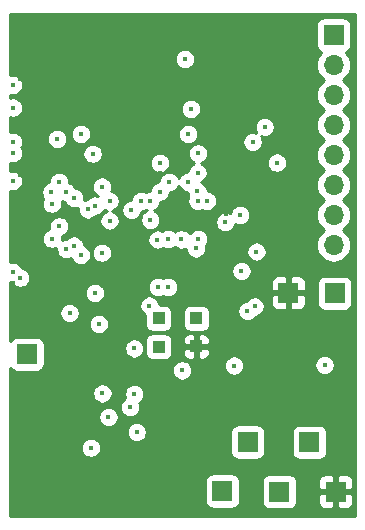
<source format=gbr>
G04 #@! TF.GenerationSoftware,KiCad,Pcbnew,(5.1.0)-1*
G04 #@! TF.CreationDate,2019-07-08T11:08:24-07:00*
G04 #@! TF.ProjectId,MiniScope_V4,4d696e69-5363-46f7-9065-5f56342e6b69,rev?*
G04 #@! TF.SameCoordinates,Original*
G04 #@! TF.FileFunction,Copper,L2,Inr*
G04 #@! TF.FilePolarity,Positive*
%FSLAX46Y46*%
G04 Gerber Fmt 4.6, Leading zero omitted, Abs format (unit mm)*
G04 Created by KiCad (PCBNEW (5.1.0)-1) date 2019-07-08 11:08:24*
%MOMM*%
%LPD*%
G04 APERTURE LIST*
%ADD10R,1.700000X1.700000*%
%ADD11O,1.700000X1.700000*%
%ADD12R,1.000000X1.000000*%
%ADD13C,0.450000*%
%ADD14C,0.254000*%
G04 APERTURE END LIST*
D10*
X153000000Y-126450000D03*
X155220000Y-130640000D03*
X150450000Y-130640000D03*
X145630000Y-130590000D03*
X151210000Y-113810000D03*
X155130000Y-113830000D03*
X147780000Y-126440000D03*
X129080000Y-119000000D03*
D11*
X155041600Y-109753400D03*
X155041600Y-107213400D03*
X155041600Y-104673400D03*
X155041600Y-102133400D03*
X155041600Y-99593400D03*
X155041600Y-97053400D03*
X155041600Y-94513400D03*
D10*
X155041600Y-91973400D03*
D12*
X140218160Y-115966240D03*
X143423640Y-115966240D03*
X143410000Y-118350000D03*
X140228320Y-118364000D03*
D13*
X128498600Y-95707200D03*
X127889000Y-113004600D03*
X137185400Y-120650000D03*
X149271920Y-93211720D03*
X129415600Y-130187640D03*
X141005560Y-91485720D03*
X142722600Y-102819200D03*
X134482840Y-95478600D03*
X153136600Y-122016520D03*
X148918810Y-121621670D03*
X148595080Y-111963200D03*
X143383000Y-113106200D03*
X149204680Y-98480880D03*
X133248400Y-128663474D03*
X138658600Y-129692400D03*
X132664200Y-117805200D03*
X149301200Y-108077000D03*
X142965600Y-96581800D03*
X146735802Y-95250000D03*
X148191059Y-102418041D03*
X141935200Y-105232200D03*
X145897600Y-107162600D03*
X140339996Y-103620000D03*
X145250000Y-123860000D03*
X155300000Y-123530000D03*
X128499600Y-103840610D03*
X127889000Y-101015797D03*
X134482840Y-126918720D03*
X138170920Y-122367040D03*
X142448280Y-94020640D03*
X138170919Y-118516400D03*
X146613880Y-119959120D03*
X128498600Y-112522000D03*
X127889000Y-104317800D03*
X127889000Y-96189802D03*
X154279600Y-119928640D03*
X135463280Y-122321320D03*
X135168640Y-116443760D03*
X132684520Y-115529360D03*
X143377920Y-110042960D03*
X148176919Y-101058041D03*
X141122400Y-104419400D03*
X142722600Y-100380800D03*
X139522200Y-106019604D03*
X150241000Y-102781100D03*
X143520000Y-103620000D03*
X140335300Y-102806504D03*
X127890000Y-112050000D03*
X127889000Y-101981000D03*
X143510000Y-105219500D03*
X147142200Y-107213400D03*
X147235080Y-111961760D03*
X149204680Y-99766120D03*
X148513800Y-110312200D03*
X143550640Y-102001320D03*
X142722600Y-104419400D03*
X142951200Y-98221800D03*
X140320000Y-105230002D03*
X134823200Y-106420920D03*
X134823202Y-113807240D03*
X135976360Y-124338080D03*
X137922000Y-106807000D03*
X143520000Y-106020000D03*
X139450000Y-114880000D03*
X144320000Y-106020000D03*
X142160000Y-109280000D03*
X140131812Y-109296200D03*
X140167360Y-113294160D03*
X141030960Y-113314480D03*
X141030000Y-109270000D03*
X137820400Y-123489720D03*
X138734800Y-106019600D03*
X138367601Y-125603000D03*
X145872200Y-107817922D03*
X131190000Y-109220000D03*
X131190000Y-106260000D03*
X136070000Y-106020000D03*
X136070000Y-107690000D03*
X131631563Y-100763197D03*
X127889000Y-98120200D03*
X134220000Y-106750000D03*
X134641807Y-102023611D03*
X133640000Y-100350000D03*
X133650000Y-110602100D03*
X133060000Y-109800000D03*
X133070000Y-105790000D03*
X139520000Y-107620000D03*
X131140000Y-105290000D03*
X132410000Y-105300000D03*
X132410000Y-110110000D03*
X131800000Y-104400000D03*
X131800000Y-108180000D03*
X135420000Y-104810000D03*
X135420000Y-110409999D03*
X147750000Y-115360000D03*
X148350000Y-114960000D03*
X143570000Y-109260000D03*
X142220000Y-120370000D03*
D14*
G36*
X156820000Y-132690000D02*
G01*
X127660000Y-132690000D01*
X127660000Y-129740000D01*
X144141928Y-129740000D01*
X144141928Y-131440000D01*
X144154188Y-131564482D01*
X144190498Y-131684180D01*
X144249463Y-131794494D01*
X144328815Y-131891185D01*
X144425506Y-131970537D01*
X144535820Y-132029502D01*
X144655518Y-132065812D01*
X144780000Y-132078072D01*
X146480000Y-132078072D01*
X146604482Y-132065812D01*
X146724180Y-132029502D01*
X146834494Y-131970537D01*
X146931185Y-131891185D01*
X147010537Y-131794494D01*
X147069502Y-131684180D01*
X147105812Y-131564482D01*
X147118072Y-131440000D01*
X147118072Y-129790000D01*
X148961928Y-129790000D01*
X148961928Y-131490000D01*
X148974188Y-131614482D01*
X149010498Y-131734180D01*
X149069463Y-131844494D01*
X149148815Y-131941185D01*
X149245506Y-132020537D01*
X149355820Y-132079502D01*
X149475518Y-132115812D01*
X149600000Y-132128072D01*
X151300000Y-132128072D01*
X151424482Y-132115812D01*
X151544180Y-132079502D01*
X151654494Y-132020537D01*
X151751185Y-131941185D01*
X151830537Y-131844494D01*
X151889502Y-131734180D01*
X151925812Y-131614482D01*
X151938072Y-131490000D01*
X153731928Y-131490000D01*
X153744188Y-131614482D01*
X153780498Y-131734180D01*
X153839463Y-131844494D01*
X153918815Y-131941185D01*
X154015506Y-132020537D01*
X154125820Y-132079502D01*
X154245518Y-132115812D01*
X154370000Y-132128072D01*
X154934250Y-132125000D01*
X155093000Y-131966250D01*
X155093000Y-130767000D01*
X155347000Y-130767000D01*
X155347000Y-131966250D01*
X155505750Y-132125000D01*
X156070000Y-132128072D01*
X156194482Y-132115812D01*
X156314180Y-132079502D01*
X156424494Y-132020537D01*
X156521185Y-131941185D01*
X156600537Y-131844494D01*
X156659502Y-131734180D01*
X156695812Y-131614482D01*
X156708072Y-131490000D01*
X156705000Y-130925750D01*
X156546250Y-130767000D01*
X155347000Y-130767000D01*
X155093000Y-130767000D01*
X153893750Y-130767000D01*
X153735000Y-130925750D01*
X153731928Y-131490000D01*
X151938072Y-131490000D01*
X151938072Y-129790000D01*
X153731928Y-129790000D01*
X153735000Y-130354250D01*
X153893750Y-130513000D01*
X155093000Y-130513000D01*
X155093000Y-129313750D01*
X155347000Y-129313750D01*
X155347000Y-130513000D01*
X156546250Y-130513000D01*
X156705000Y-130354250D01*
X156708072Y-129790000D01*
X156695812Y-129665518D01*
X156659502Y-129545820D01*
X156600537Y-129435506D01*
X156521185Y-129338815D01*
X156424494Y-129259463D01*
X156314180Y-129200498D01*
X156194482Y-129164188D01*
X156070000Y-129151928D01*
X155505750Y-129155000D01*
X155347000Y-129313750D01*
X155093000Y-129313750D01*
X154934250Y-129155000D01*
X154370000Y-129151928D01*
X154245518Y-129164188D01*
X154125820Y-129200498D01*
X154015506Y-129259463D01*
X153918815Y-129338815D01*
X153839463Y-129435506D01*
X153780498Y-129545820D01*
X153744188Y-129665518D01*
X153731928Y-129790000D01*
X151938072Y-129790000D01*
X151925812Y-129665518D01*
X151889502Y-129545820D01*
X151830537Y-129435506D01*
X151751185Y-129338815D01*
X151654494Y-129259463D01*
X151544180Y-129200498D01*
X151424482Y-129164188D01*
X151300000Y-129151928D01*
X149600000Y-129151928D01*
X149475518Y-129164188D01*
X149355820Y-129200498D01*
X149245506Y-129259463D01*
X149148815Y-129338815D01*
X149069463Y-129435506D01*
X149010498Y-129545820D01*
X148974188Y-129665518D01*
X148961928Y-129790000D01*
X147118072Y-129790000D01*
X147118072Y-129740000D01*
X147105812Y-129615518D01*
X147069502Y-129495820D01*
X147010537Y-129385506D01*
X146931185Y-129288815D01*
X146834494Y-129209463D01*
X146724180Y-129150498D01*
X146604482Y-129114188D01*
X146480000Y-129101928D01*
X144780000Y-129101928D01*
X144655518Y-129114188D01*
X144535820Y-129150498D01*
X144425506Y-129209463D01*
X144328815Y-129288815D01*
X144249463Y-129385506D01*
X144190498Y-129495820D01*
X144154188Y-129615518D01*
X144141928Y-129740000D01*
X127660000Y-129740000D01*
X127660000Y-126834017D01*
X133622840Y-126834017D01*
X133622840Y-127003423D01*
X133655889Y-127169573D01*
X133720718Y-127326083D01*
X133814835Y-127466938D01*
X133934622Y-127586725D01*
X134075477Y-127680842D01*
X134231987Y-127745671D01*
X134398137Y-127778720D01*
X134567543Y-127778720D01*
X134733693Y-127745671D01*
X134890203Y-127680842D01*
X135031058Y-127586725D01*
X135150845Y-127466938D01*
X135244962Y-127326083D01*
X135309791Y-127169573D01*
X135342840Y-127003423D01*
X135342840Y-126834017D01*
X135309791Y-126667867D01*
X135244962Y-126511357D01*
X135150845Y-126370502D01*
X135031058Y-126250715D01*
X134890203Y-126156598D01*
X134733693Y-126091769D01*
X134567543Y-126058720D01*
X134398137Y-126058720D01*
X134231987Y-126091769D01*
X134075477Y-126156598D01*
X133934622Y-126250715D01*
X133814835Y-126370502D01*
X133720718Y-126511357D01*
X133655889Y-126667867D01*
X133622840Y-126834017D01*
X127660000Y-126834017D01*
X127660000Y-125518297D01*
X137507601Y-125518297D01*
X137507601Y-125687703D01*
X137540650Y-125853853D01*
X137605479Y-126010363D01*
X137699596Y-126151218D01*
X137819383Y-126271005D01*
X137960238Y-126365122D01*
X138116748Y-126429951D01*
X138282898Y-126463000D01*
X138452304Y-126463000D01*
X138618454Y-126429951D01*
X138774964Y-126365122D01*
X138915819Y-126271005D01*
X139035606Y-126151218D01*
X139129723Y-126010363D01*
X139194552Y-125853853D01*
X139227601Y-125687703D01*
X139227601Y-125590000D01*
X146291928Y-125590000D01*
X146291928Y-127290000D01*
X146304188Y-127414482D01*
X146340498Y-127534180D01*
X146399463Y-127644494D01*
X146478815Y-127741185D01*
X146575506Y-127820537D01*
X146685820Y-127879502D01*
X146805518Y-127915812D01*
X146930000Y-127928072D01*
X148630000Y-127928072D01*
X148754482Y-127915812D01*
X148874180Y-127879502D01*
X148984494Y-127820537D01*
X149081185Y-127741185D01*
X149160537Y-127644494D01*
X149219502Y-127534180D01*
X149255812Y-127414482D01*
X149268072Y-127290000D01*
X149268072Y-125600000D01*
X151511928Y-125600000D01*
X151511928Y-127300000D01*
X151524188Y-127424482D01*
X151560498Y-127544180D01*
X151619463Y-127654494D01*
X151698815Y-127751185D01*
X151795506Y-127830537D01*
X151905820Y-127889502D01*
X152025518Y-127925812D01*
X152150000Y-127938072D01*
X153850000Y-127938072D01*
X153974482Y-127925812D01*
X154094180Y-127889502D01*
X154204494Y-127830537D01*
X154301185Y-127751185D01*
X154380537Y-127654494D01*
X154439502Y-127544180D01*
X154475812Y-127424482D01*
X154488072Y-127300000D01*
X154488072Y-125600000D01*
X154475812Y-125475518D01*
X154439502Y-125355820D01*
X154380537Y-125245506D01*
X154301185Y-125148815D01*
X154204494Y-125069463D01*
X154094180Y-125010498D01*
X153974482Y-124974188D01*
X153850000Y-124961928D01*
X152150000Y-124961928D01*
X152025518Y-124974188D01*
X151905820Y-125010498D01*
X151795506Y-125069463D01*
X151698815Y-125148815D01*
X151619463Y-125245506D01*
X151560498Y-125355820D01*
X151524188Y-125475518D01*
X151511928Y-125600000D01*
X149268072Y-125600000D01*
X149268072Y-125590000D01*
X149255812Y-125465518D01*
X149219502Y-125345820D01*
X149160537Y-125235506D01*
X149081185Y-125138815D01*
X148984494Y-125059463D01*
X148874180Y-125000498D01*
X148754482Y-124964188D01*
X148630000Y-124951928D01*
X146930000Y-124951928D01*
X146805518Y-124964188D01*
X146685820Y-125000498D01*
X146575506Y-125059463D01*
X146478815Y-125138815D01*
X146399463Y-125235506D01*
X146340498Y-125345820D01*
X146304188Y-125465518D01*
X146291928Y-125590000D01*
X139227601Y-125590000D01*
X139227601Y-125518297D01*
X139194552Y-125352147D01*
X139129723Y-125195637D01*
X139035606Y-125054782D01*
X138915819Y-124934995D01*
X138774964Y-124840878D01*
X138618454Y-124776049D01*
X138452304Y-124743000D01*
X138282898Y-124743000D01*
X138116748Y-124776049D01*
X137960238Y-124840878D01*
X137819383Y-124934995D01*
X137699596Y-125054782D01*
X137605479Y-125195637D01*
X137540650Y-125352147D01*
X137507601Y-125518297D01*
X127660000Y-125518297D01*
X127660000Y-124253377D01*
X135116360Y-124253377D01*
X135116360Y-124422783D01*
X135149409Y-124588933D01*
X135214238Y-124745443D01*
X135308355Y-124886298D01*
X135428142Y-125006085D01*
X135568997Y-125100202D01*
X135725507Y-125165031D01*
X135891657Y-125198080D01*
X136061063Y-125198080D01*
X136227213Y-125165031D01*
X136383723Y-125100202D01*
X136524578Y-125006085D01*
X136644365Y-124886298D01*
X136738482Y-124745443D01*
X136803311Y-124588933D01*
X136836360Y-124422783D01*
X136836360Y-124253377D01*
X136803311Y-124087227D01*
X136738482Y-123930717D01*
X136644365Y-123789862D01*
X136524578Y-123670075D01*
X136383723Y-123575958D01*
X136227213Y-123511129D01*
X136061063Y-123478080D01*
X135891657Y-123478080D01*
X135725507Y-123511129D01*
X135568997Y-123575958D01*
X135428142Y-123670075D01*
X135308355Y-123789862D01*
X135214238Y-123930717D01*
X135149409Y-124087227D01*
X135116360Y-124253377D01*
X127660000Y-124253377D01*
X127660000Y-123405017D01*
X136960400Y-123405017D01*
X136960400Y-123574423D01*
X136993449Y-123740573D01*
X137058278Y-123897083D01*
X137152395Y-124037938D01*
X137272182Y-124157725D01*
X137413037Y-124251842D01*
X137569547Y-124316671D01*
X137735697Y-124349720D01*
X137905103Y-124349720D01*
X138071253Y-124316671D01*
X138227763Y-124251842D01*
X138368618Y-124157725D01*
X138488405Y-124037938D01*
X138582522Y-123897083D01*
X138647351Y-123740573D01*
X138680400Y-123574423D01*
X138680400Y-123405017D01*
X138647351Y-123238867D01*
X138596788Y-123116797D01*
X138719138Y-123035045D01*
X138838925Y-122915258D01*
X138933042Y-122774403D01*
X138997871Y-122617893D01*
X139030920Y-122451743D01*
X139030920Y-122282337D01*
X138997871Y-122116187D01*
X138933042Y-121959677D01*
X138838925Y-121818822D01*
X138719138Y-121699035D01*
X138578283Y-121604918D01*
X138421773Y-121540089D01*
X138255623Y-121507040D01*
X138086217Y-121507040D01*
X137920067Y-121540089D01*
X137763557Y-121604918D01*
X137622702Y-121699035D01*
X137502915Y-121818822D01*
X137408798Y-121959677D01*
X137343969Y-122116187D01*
X137310920Y-122282337D01*
X137310920Y-122451743D01*
X137343969Y-122617893D01*
X137394532Y-122739963D01*
X137272182Y-122821715D01*
X137152395Y-122941502D01*
X137058278Y-123082357D01*
X136993449Y-123238867D01*
X136960400Y-123405017D01*
X127660000Y-123405017D01*
X127660000Y-122236617D01*
X134603280Y-122236617D01*
X134603280Y-122406023D01*
X134636329Y-122572173D01*
X134701158Y-122728683D01*
X134795275Y-122869538D01*
X134915062Y-122989325D01*
X135055917Y-123083442D01*
X135212427Y-123148271D01*
X135378577Y-123181320D01*
X135547983Y-123181320D01*
X135714133Y-123148271D01*
X135870643Y-123083442D01*
X136011498Y-122989325D01*
X136131285Y-122869538D01*
X136225402Y-122728683D01*
X136290231Y-122572173D01*
X136323280Y-122406023D01*
X136323280Y-122236617D01*
X136290231Y-122070467D01*
X136225402Y-121913957D01*
X136131285Y-121773102D01*
X136011498Y-121653315D01*
X135870643Y-121559198D01*
X135714133Y-121494369D01*
X135547983Y-121461320D01*
X135378577Y-121461320D01*
X135212427Y-121494369D01*
X135055917Y-121559198D01*
X134915062Y-121653315D01*
X134795275Y-121773102D01*
X134701158Y-121913957D01*
X134636329Y-122070467D01*
X134603280Y-122236617D01*
X127660000Y-122236617D01*
X127660000Y-120130665D01*
X127699463Y-120204494D01*
X127778815Y-120301185D01*
X127875506Y-120380537D01*
X127985820Y-120439502D01*
X128105518Y-120475812D01*
X128230000Y-120488072D01*
X129930000Y-120488072D01*
X130054482Y-120475812D01*
X130174180Y-120439502D01*
X130284494Y-120380537D01*
X130381185Y-120301185D01*
X130394223Y-120285297D01*
X141360000Y-120285297D01*
X141360000Y-120454703D01*
X141393049Y-120620853D01*
X141457878Y-120777363D01*
X141551995Y-120918218D01*
X141671782Y-121038005D01*
X141812637Y-121132122D01*
X141969147Y-121196951D01*
X142135297Y-121230000D01*
X142304703Y-121230000D01*
X142470853Y-121196951D01*
X142627363Y-121132122D01*
X142768218Y-121038005D01*
X142888005Y-120918218D01*
X142982122Y-120777363D01*
X143046951Y-120620853D01*
X143080000Y-120454703D01*
X143080000Y-120285297D01*
X143046951Y-120119147D01*
X142982122Y-119962637D01*
X142923175Y-119874417D01*
X145753880Y-119874417D01*
X145753880Y-120043823D01*
X145786929Y-120209973D01*
X145851758Y-120366483D01*
X145945875Y-120507338D01*
X146065662Y-120627125D01*
X146206517Y-120721242D01*
X146363027Y-120786071D01*
X146529177Y-120819120D01*
X146698583Y-120819120D01*
X146864733Y-120786071D01*
X147021243Y-120721242D01*
X147162098Y-120627125D01*
X147281885Y-120507338D01*
X147376002Y-120366483D01*
X147440831Y-120209973D01*
X147473880Y-120043823D01*
X147473880Y-119874417D01*
X147467818Y-119843937D01*
X153419600Y-119843937D01*
X153419600Y-120013343D01*
X153452649Y-120179493D01*
X153517478Y-120336003D01*
X153611595Y-120476858D01*
X153731382Y-120596645D01*
X153872237Y-120690762D01*
X154028747Y-120755591D01*
X154194897Y-120788640D01*
X154364303Y-120788640D01*
X154530453Y-120755591D01*
X154686963Y-120690762D01*
X154827818Y-120596645D01*
X154947605Y-120476858D01*
X155041722Y-120336003D01*
X155106551Y-120179493D01*
X155139600Y-120013343D01*
X155139600Y-119843937D01*
X155106551Y-119677787D01*
X155041722Y-119521277D01*
X154947605Y-119380422D01*
X154827818Y-119260635D01*
X154686963Y-119166518D01*
X154530453Y-119101689D01*
X154364303Y-119068640D01*
X154194897Y-119068640D01*
X154028747Y-119101689D01*
X153872237Y-119166518D01*
X153731382Y-119260635D01*
X153611595Y-119380422D01*
X153517478Y-119521277D01*
X153452649Y-119677787D01*
X153419600Y-119843937D01*
X147467818Y-119843937D01*
X147440831Y-119708267D01*
X147376002Y-119551757D01*
X147281885Y-119410902D01*
X147162098Y-119291115D01*
X147021243Y-119196998D01*
X146864733Y-119132169D01*
X146698583Y-119099120D01*
X146529177Y-119099120D01*
X146363027Y-119132169D01*
X146206517Y-119196998D01*
X146065662Y-119291115D01*
X145945875Y-119410902D01*
X145851758Y-119551757D01*
X145786929Y-119708267D01*
X145753880Y-119874417D01*
X142923175Y-119874417D01*
X142888005Y-119821782D01*
X142768218Y-119701995D01*
X142627363Y-119607878D01*
X142470853Y-119543049D01*
X142304703Y-119510000D01*
X142135297Y-119510000D01*
X141969147Y-119543049D01*
X141812637Y-119607878D01*
X141671782Y-119701995D01*
X141551995Y-119821782D01*
X141457878Y-119962637D01*
X141393049Y-120119147D01*
X141360000Y-120285297D01*
X130394223Y-120285297D01*
X130460537Y-120204494D01*
X130519502Y-120094180D01*
X130555812Y-119974482D01*
X130568072Y-119850000D01*
X130568072Y-118431697D01*
X137310919Y-118431697D01*
X137310919Y-118601103D01*
X137343968Y-118767253D01*
X137408797Y-118923763D01*
X137502914Y-119064618D01*
X137622701Y-119184405D01*
X137763556Y-119278522D01*
X137920066Y-119343351D01*
X138086216Y-119376400D01*
X138255622Y-119376400D01*
X138421772Y-119343351D01*
X138578282Y-119278522D01*
X138719137Y-119184405D01*
X138838924Y-119064618D01*
X138933041Y-118923763D01*
X138997870Y-118767253D01*
X139030919Y-118601103D01*
X139030919Y-118431697D01*
X138997870Y-118265547D01*
X138933041Y-118109037D01*
X138838924Y-117968182D01*
X138734742Y-117864000D01*
X139090248Y-117864000D01*
X139090248Y-118864000D01*
X139102508Y-118988482D01*
X139138818Y-119108180D01*
X139197783Y-119218494D01*
X139277135Y-119315185D01*
X139373826Y-119394537D01*
X139484140Y-119453502D01*
X139603838Y-119489812D01*
X139728320Y-119502072D01*
X140728320Y-119502072D01*
X140852802Y-119489812D01*
X140972500Y-119453502D01*
X141082814Y-119394537D01*
X141179505Y-119315185D01*
X141258857Y-119218494D01*
X141317822Y-119108180D01*
X141354132Y-118988482D01*
X141366392Y-118864000D01*
X141366392Y-118850000D01*
X142271928Y-118850000D01*
X142284188Y-118974482D01*
X142320498Y-119094180D01*
X142379463Y-119204494D01*
X142458815Y-119301185D01*
X142555506Y-119380537D01*
X142665820Y-119439502D01*
X142785518Y-119475812D01*
X142910000Y-119488072D01*
X143124250Y-119485000D01*
X143283000Y-119326250D01*
X143283000Y-118477000D01*
X143537000Y-118477000D01*
X143537000Y-119326250D01*
X143695750Y-119485000D01*
X143910000Y-119488072D01*
X144034482Y-119475812D01*
X144154180Y-119439502D01*
X144264494Y-119380537D01*
X144361185Y-119301185D01*
X144440537Y-119204494D01*
X144499502Y-119094180D01*
X144535812Y-118974482D01*
X144548072Y-118850000D01*
X144545000Y-118635750D01*
X144386250Y-118477000D01*
X143537000Y-118477000D01*
X143283000Y-118477000D01*
X142433750Y-118477000D01*
X142275000Y-118635750D01*
X142271928Y-118850000D01*
X141366392Y-118850000D01*
X141366392Y-117864000D01*
X141365014Y-117850000D01*
X142271928Y-117850000D01*
X142275000Y-118064250D01*
X142433750Y-118223000D01*
X143283000Y-118223000D01*
X143283000Y-117373750D01*
X143537000Y-117373750D01*
X143537000Y-118223000D01*
X144386250Y-118223000D01*
X144545000Y-118064250D01*
X144548072Y-117850000D01*
X144535812Y-117725518D01*
X144499502Y-117605820D01*
X144440537Y-117495506D01*
X144361185Y-117398815D01*
X144264494Y-117319463D01*
X144154180Y-117260498D01*
X144034482Y-117224188D01*
X143910000Y-117211928D01*
X143695750Y-117215000D01*
X143537000Y-117373750D01*
X143283000Y-117373750D01*
X143124250Y-117215000D01*
X142910000Y-117211928D01*
X142785518Y-117224188D01*
X142665820Y-117260498D01*
X142555506Y-117319463D01*
X142458815Y-117398815D01*
X142379463Y-117495506D01*
X142320498Y-117605820D01*
X142284188Y-117725518D01*
X142271928Y-117850000D01*
X141365014Y-117850000D01*
X141354132Y-117739518D01*
X141317822Y-117619820D01*
X141258857Y-117509506D01*
X141179505Y-117412815D01*
X141082814Y-117333463D01*
X140972500Y-117274498D01*
X140852802Y-117238188D01*
X140728320Y-117225928D01*
X139728320Y-117225928D01*
X139603838Y-117238188D01*
X139484140Y-117274498D01*
X139373826Y-117333463D01*
X139277135Y-117412815D01*
X139197783Y-117509506D01*
X139138818Y-117619820D01*
X139102508Y-117739518D01*
X139090248Y-117864000D01*
X138734742Y-117864000D01*
X138719137Y-117848395D01*
X138578282Y-117754278D01*
X138421772Y-117689449D01*
X138255622Y-117656400D01*
X138086216Y-117656400D01*
X137920066Y-117689449D01*
X137763556Y-117754278D01*
X137622701Y-117848395D01*
X137502914Y-117968182D01*
X137408797Y-118109037D01*
X137343968Y-118265547D01*
X137310919Y-118431697D01*
X130568072Y-118431697D01*
X130568072Y-118150000D01*
X130555812Y-118025518D01*
X130519502Y-117905820D01*
X130460537Y-117795506D01*
X130381185Y-117698815D01*
X130284494Y-117619463D01*
X130174180Y-117560498D01*
X130054482Y-117524188D01*
X129930000Y-117511928D01*
X128230000Y-117511928D01*
X128105518Y-117524188D01*
X127985820Y-117560498D01*
X127875506Y-117619463D01*
X127778815Y-117698815D01*
X127699463Y-117795506D01*
X127660000Y-117869335D01*
X127660000Y-115444657D01*
X131824520Y-115444657D01*
X131824520Y-115614063D01*
X131857569Y-115780213D01*
X131922398Y-115936723D01*
X132016515Y-116077578D01*
X132136302Y-116197365D01*
X132277157Y-116291482D01*
X132433667Y-116356311D01*
X132599817Y-116389360D01*
X132769223Y-116389360D01*
X132921567Y-116359057D01*
X134308640Y-116359057D01*
X134308640Y-116528463D01*
X134341689Y-116694613D01*
X134406518Y-116851123D01*
X134500635Y-116991978D01*
X134620422Y-117111765D01*
X134761277Y-117205882D01*
X134917787Y-117270711D01*
X135083937Y-117303760D01*
X135253343Y-117303760D01*
X135419493Y-117270711D01*
X135576003Y-117205882D01*
X135716858Y-117111765D01*
X135836645Y-116991978D01*
X135930762Y-116851123D01*
X135995591Y-116694613D01*
X136028640Y-116528463D01*
X136028640Y-116359057D01*
X135995591Y-116192907D01*
X135930762Y-116036397D01*
X135836645Y-115895542D01*
X135716858Y-115775755D01*
X135576003Y-115681638D01*
X135419493Y-115616809D01*
X135253343Y-115583760D01*
X135083937Y-115583760D01*
X134917787Y-115616809D01*
X134761277Y-115681638D01*
X134620422Y-115775755D01*
X134500635Y-115895542D01*
X134406518Y-116036397D01*
X134341689Y-116192907D01*
X134308640Y-116359057D01*
X132921567Y-116359057D01*
X132935373Y-116356311D01*
X133091883Y-116291482D01*
X133232738Y-116197365D01*
X133352525Y-116077578D01*
X133446642Y-115936723D01*
X133511471Y-115780213D01*
X133544520Y-115614063D01*
X133544520Y-115444657D01*
X133511471Y-115278507D01*
X133446642Y-115121997D01*
X133352525Y-114981142D01*
X133232738Y-114861355D01*
X133133876Y-114795297D01*
X138590000Y-114795297D01*
X138590000Y-114964703D01*
X138623049Y-115130853D01*
X138687878Y-115287363D01*
X138781995Y-115428218D01*
X138901782Y-115548005D01*
X139042637Y-115642122D01*
X139080088Y-115657635D01*
X139080088Y-116466240D01*
X139092348Y-116590722D01*
X139128658Y-116710420D01*
X139187623Y-116820734D01*
X139266975Y-116917425D01*
X139363666Y-116996777D01*
X139473980Y-117055742D01*
X139593678Y-117092052D01*
X139718160Y-117104312D01*
X140718160Y-117104312D01*
X140842642Y-117092052D01*
X140962340Y-117055742D01*
X141072654Y-116996777D01*
X141169345Y-116917425D01*
X141248697Y-116820734D01*
X141307662Y-116710420D01*
X141343972Y-116590722D01*
X141356232Y-116466240D01*
X141356232Y-115466240D01*
X142285568Y-115466240D01*
X142285568Y-116466240D01*
X142297828Y-116590722D01*
X142334138Y-116710420D01*
X142393103Y-116820734D01*
X142472455Y-116917425D01*
X142569146Y-116996777D01*
X142679460Y-117055742D01*
X142799158Y-117092052D01*
X142923640Y-117104312D01*
X143923640Y-117104312D01*
X144048122Y-117092052D01*
X144167820Y-117055742D01*
X144278134Y-116996777D01*
X144374825Y-116917425D01*
X144454177Y-116820734D01*
X144513142Y-116710420D01*
X144549452Y-116590722D01*
X144561712Y-116466240D01*
X144561712Y-115466240D01*
X144549452Y-115341758D01*
X144529292Y-115275297D01*
X146890000Y-115275297D01*
X146890000Y-115444703D01*
X146923049Y-115610853D01*
X146987878Y-115767363D01*
X147081995Y-115908218D01*
X147201782Y-116028005D01*
X147342637Y-116122122D01*
X147499147Y-116186951D01*
X147665297Y-116220000D01*
X147834703Y-116220000D01*
X148000853Y-116186951D01*
X148157363Y-116122122D01*
X148298218Y-116028005D01*
X148418005Y-115908218D01*
X148483427Y-115810308D01*
X148600853Y-115786951D01*
X148757363Y-115722122D01*
X148898218Y-115628005D01*
X149018005Y-115508218D01*
X149112122Y-115367363D01*
X149176951Y-115210853D01*
X149210000Y-115044703D01*
X149210000Y-114875297D01*
X149176951Y-114709147D01*
X149156594Y-114660000D01*
X149721928Y-114660000D01*
X149734188Y-114784482D01*
X149770498Y-114904180D01*
X149829463Y-115014494D01*
X149908815Y-115111185D01*
X150005506Y-115190537D01*
X150115820Y-115249502D01*
X150235518Y-115285812D01*
X150360000Y-115298072D01*
X150924250Y-115295000D01*
X151083000Y-115136250D01*
X151083000Y-113937000D01*
X151337000Y-113937000D01*
X151337000Y-115136250D01*
X151495750Y-115295000D01*
X152060000Y-115298072D01*
X152184482Y-115285812D01*
X152304180Y-115249502D01*
X152414494Y-115190537D01*
X152511185Y-115111185D01*
X152590537Y-115014494D01*
X152649502Y-114904180D01*
X152685812Y-114784482D01*
X152698072Y-114660000D01*
X152695000Y-114095750D01*
X152536250Y-113937000D01*
X151337000Y-113937000D01*
X151083000Y-113937000D01*
X149883750Y-113937000D01*
X149725000Y-114095750D01*
X149721928Y-114660000D01*
X149156594Y-114660000D01*
X149112122Y-114552637D01*
X149018005Y-114411782D01*
X148898218Y-114291995D01*
X148757363Y-114197878D01*
X148600853Y-114133049D01*
X148434703Y-114100000D01*
X148265297Y-114100000D01*
X148099147Y-114133049D01*
X147942637Y-114197878D01*
X147801782Y-114291995D01*
X147681995Y-114411782D01*
X147616573Y-114509692D01*
X147499147Y-114533049D01*
X147342637Y-114597878D01*
X147201782Y-114691995D01*
X147081995Y-114811782D01*
X146987878Y-114952637D01*
X146923049Y-115109147D01*
X146890000Y-115275297D01*
X144529292Y-115275297D01*
X144513142Y-115222060D01*
X144454177Y-115111746D01*
X144374825Y-115015055D01*
X144278134Y-114935703D01*
X144167820Y-114876738D01*
X144048122Y-114840428D01*
X143923640Y-114828168D01*
X142923640Y-114828168D01*
X142799158Y-114840428D01*
X142679460Y-114876738D01*
X142569146Y-114935703D01*
X142472455Y-115015055D01*
X142393103Y-115111746D01*
X142334138Y-115222060D01*
X142297828Y-115341758D01*
X142285568Y-115466240D01*
X141356232Y-115466240D01*
X141343972Y-115341758D01*
X141307662Y-115222060D01*
X141248697Y-115111746D01*
X141169345Y-115015055D01*
X141072654Y-114935703D01*
X140962340Y-114876738D01*
X140842642Y-114840428D01*
X140718160Y-114828168D01*
X140310000Y-114828168D01*
X140310000Y-114795297D01*
X140276951Y-114629147D01*
X140212122Y-114472637D01*
X140118005Y-114331782D01*
X139998218Y-114211995D01*
X139857363Y-114117878D01*
X139700853Y-114053049D01*
X139534703Y-114020000D01*
X139365297Y-114020000D01*
X139199147Y-114053049D01*
X139042637Y-114117878D01*
X138901782Y-114211995D01*
X138781995Y-114331782D01*
X138687878Y-114472637D01*
X138623049Y-114629147D01*
X138590000Y-114795297D01*
X133133876Y-114795297D01*
X133091883Y-114767238D01*
X132935373Y-114702409D01*
X132769223Y-114669360D01*
X132599817Y-114669360D01*
X132433667Y-114702409D01*
X132277157Y-114767238D01*
X132136302Y-114861355D01*
X132016515Y-114981142D01*
X131922398Y-115121997D01*
X131857569Y-115278507D01*
X131824520Y-115444657D01*
X127660000Y-115444657D01*
X127660000Y-113722537D01*
X133963202Y-113722537D01*
X133963202Y-113891943D01*
X133996251Y-114058093D01*
X134061080Y-114214603D01*
X134155197Y-114355458D01*
X134274984Y-114475245D01*
X134415839Y-114569362D01*
X134572349Y-114634191D01*
X134738499Y-114667240D01*
X134907905Y-114667240D01*
X135074055Y-114634191D01*
X135230565Y-114569362D01*
X135371420Y-114475245D01*
X135491207Y-114355458D01*
X135585324Y-114214603D01*
X135650153Y-114058093D01*
X135683202Y-113891943D01*
X135683202Y-113722537D01*
X135650153Y-113556387D01*
X135585324Y-113399877D01*
X135491207Y-113259022D01*
X135441642Y-113209457D01*
X139307360Y-113209457D01*
X139307360Y-113378863D01*
X139340409Y-113545013D01*
X139405238Y-113701523D01*
X139499355Y-113842378D01*
X139619142Y-113962165D01*
X139759997Y-114056282D01*
X139916507Y-114121111D01*
X140082657Y-114154160D01*
X140252063Y-114154160D01*
X140418213Y-114121111D01*
X140574723Y-114056282D01*
X140583955Y-114050114D01*
X140623597Y-114076602D01*
X140780107Y-114141431D01*
X140946257Y-114174480D01*
X141115663Y-114174480D01*
X141281813Y-114141431D01*
X141438323Y-114076602D01*
X141579178Y-113982485D01*
X141698965Y-113862698D01*
X141793082Y-113721843D01*
X141857911Y-113565333D01*
X141890960Y-113399183D01*
X141890960Y-113229777D01*
X141857911Y-113063627D01*
X141814988Y-112960000D01*
X149721928Y-112960000D01*
X149725000Y-113524250D01*
X149883750Y-113683000D01*
X151083000Y-113683000D01*
X151083000Y-112483750D01*
X151337000Y-112483750D01*
X151337000Y-113683000D01*
X152536250Y-113683000D01*
X152695000Y-113524250D01*
X152697963Y-112980000D01*
X153641928Y-112980000D01*
X153641928Y-114680000D01*
X153654188Y-114804482D01*
X153690498Y-114924180D01*
X153749463Y-115034494D01*
X153828815Y-115131185D01*
X153925506Y-115210537D01*
X154035820Y-115269502D01*
X154155518Y-115305812D01*
X154280000Y-115318072D01*
X155980000Y-115318072D01*
X156104482Y-115305812D01*
X156224180Y-115269502D01*
X156334494Y-115210537D01*
X156431185Y-115131185D01*
X156510537Y-115034494D01*
X156569502Y-114924180D01*
X156605812Y-114804482D01*
X156618072Y-114680000D01*
X156618072Y-112980000D01*
X156605812Y-112855518D01*
X156569502Y-112735820D01*
X156510537Y-112625506D01*
X156431185Y-112528815D01*
X156334494Y-112449463D01*
X156224180Y-112390498D01*
X156104482Y-112354188D01*
X155980000Y-112341928D01*
X154280000Y-112341928D01*
X154155518Y-112354188D01*
X154035820Y-112390498D01*
X153925506Y-112449463D01*
X153828815Y-112528815D01*
X153749463Y-112625506D01*
X153690498Y-112735820D01*
X153654188Y-112855518D01*
X153641928Y-112980000D01*
X152697963Y-112980000D01*
X152698072Y-112960000D01*
X152685812Y-112835518D01*
X152649502Y-112715820D01*
X152590537Y-112605506D01*
X152511185Y-112508815D01*
X152414494Y-112429463D01*
X152304180Y-112370498D01*
X152184482Y-112334188D01*
X152060000Y-112321928D01*
X151495750Y-112325000D01*
X151337000Y-112483750D01*
X151083000Y-112483750D01*
X150924250Y-112325000D01*
X150360000Y-112321928D01*
X150235518Y-112334188D01*
X150115820Y-112370498D01*
X150005506Y-112429463D01*
X149908815Y-112508815D01*
X149829463Y-112605506D01*
X149770498Y-112715820D01*
X149734188Y-112835518D01*
X149721928Y-112960000D01*
X141814988Y-112960000D01*
X141793082Y-112907117D01*
X141698965Y-112766262D01*
X141579178Y-112646475D01*
X141438323Y-112552358D01*
X141281813Y-112487529D01*
X141115663Y-112454480D01*
X140946257Y-112454480D01*
X140780107Y-112487529D01*
X140623597Y-112552358D01*
X140614365Y-112558526D01*
X140574723Y-112532038D01*
X140418213Y-112467209D01*
X140252063Y-112434160D01*
X140082657Y-112434160D01*
X139916507Y-112467209D01*
X139759997Y-112532038D01*
X139619142Y-112626155D01*
X139499355Y-112745942D01*
X139405238Y-112886797D01*
X139340409Y-113043307D01*
X139307360Y-113209457D01*
X135441642Y-113209457D01*
X135371420Y-113139235D01*
X135230565Y-113045118D01*
X135074055Y-112980289D01*
X134907905Y-112947240D01*
X134738499Y-112947240D01*
X134572349Y-112980289D01*
X134415839Y-113045118D01*
X134274984Y-113139235D01*
X134155197Y-113259022D01*
X134061080Y-113399877D01*
X133996251Y-113556387D01*
X133963202Y-113722537D01*
X127660000Y-113722537D01*
X127660000Y-112881099D01*
X127721558Y-112893343D01*
X127736478Y-112929363D01*
X127830595Y-113070218D01*
X127950382Y-113190005D01*
X128091237Y-113284122D01*
X128247747Y-113348951D01*
X128413897Y-113382000D01*
X128583303Y-113382000D01*
X128749453Y-113348951D01*
X128905963Y-113284122D01*
X129046818Y-113190005D01*
X129166605Y-113070218D01*
X129260722Y-112929363D01*
X129325551Y-112772853D01*
X129358600Y-112606703D01*
X129358600Y-112437297D01*
X129325551Y-112271147D01*
X129260722Y-112114637D01*
X129166605Y-111973782D01*
X129069880Y-111877057D01*
X146375080Y-111877057D01*
X146375080Y-112046463D01*
X146408129Y-112212613D01*
X146472958Y-112369123D01*
X146567075Y-112509978D01*
X146686862Y-112629765D01*
X146827717Y-112723882D01*
X146984227Y-112788711D01*
X147150377Y-112821760D01*
X147319783Y-112821760D01*
X147485933Y-112788711D01*
X147642443Y-112723882D01*
X147783298Y-112629765D01*
X147903085Y-112509978D01*
X147997202Y-112369123D01*
X148062031Y-112212613D01*
X148095080Y-112046463D01*
X148095080Y-111877057D01*
X148062031Y-111710907D01*
X147997202Y-111554397D01*
X147903085Y-111413542D01*
X147783298Y-111293755D01*
X147642443Y-111199638D01*
X147485933Y-111134809D01*
X147319783Y-111101760D01*
X147150377Y-111101760D01*
X146984227Y-111134809D01*
X146827717Y-111199638D01*
X146686862Y-111293755D01*
X146567075Y-111413542D01*
X146472958Y-111554397D01*
X146408129Y-111710907D01*
X146375080Y-111877057D01*
X129069880Y-111877057D01*
X129046818Y-111853995D01*
X128905963Y-111759878D01*
X128749453Y-111695049D01*
X128667042Y-111678657D01*
X128652122Y-111642637D01*
X128558005Y-111501782D01*
X128438218Y-111381995D01*
X128297363Y-111287878D01*
X128140853Y-111223049D01*
X127974703Y-111190000D01*
X127805297Y-111190000D01*
X127660000Y-111218901D01*
X127660000Y-109135297D01*
X130330000Y-109135297D01*
X130330000Y-109304703D01*
X130363049Y-109470853D01*
X130427878Y-109627363D01*
X130521995Y-109768218D01*
X130641782Y-109888005D01*
X130782637Y-109982122D01*
X130939147Y-110046951D01*
X131105297Y-110080000D01*
X131274703Y-110080000D01*
X131440853Y-110046951D01*
X131555106Y-109999625D01*
X131550000Y-110025297D01*
X131550000Y-110194703D01*
X131583049Y-110360853D01*
X131647878Y-110517363D01*
X131741995Y-110658218D01*
X131861782Y-110778005D01*
X132002637Y-110872122D01*
X132159147Y-110936951D01*
X132325297Y-110970000D01*
X132494703Y-110970000D01*
X132660853Y-110936951D01*
X132817363Y-110872122D01*
X132828035Y-110864991D01*
X132887878Y-111009463D01*
X132981995Y-111150318D01*
X133101782Y-111270105D01*
X133242637Y-111364222D01*
X133399147Y-111429051D01*
X133565297Y-111462100D01*
X133734703Y-111462100D01*
X133900853Y-111429051D01*
X134057363Y-111364222D01*
X134198218Y-111270105D01*
X134318005Y-111150318D01*
X134412122Y-111009463D01*
X134476951Y-110852953D01*
X134510000Y-110686803D01*
X134510000Y-110517397D01*
X134476951Y-110351247D01*
X134466202Y-110325296D01*
X134560000Y-110325296D01*
X134560000Y-110494702D01*
X134593049Y-110660852D01*
X134657878Y-110817362D01*
X134751995Y-110958217D01*
X134871782Y-111078004D01*
X135012637Y-111172121D01*
X135169147Y-111236950D01*
X135335297Y-111269999D01*
X135504703Y-111269999D01*
X135670853Y-111236950D01*
X135827363Y-111172121D01*
X135968218Y-111078004D01*
X136088005Y-110958217D01*
X136182122Y-110817362D01*
X136246951Y-110660852D01*
X136280000Y-110494702D01*
X136280000Y-110325296D01*
X136246951Y-110159146D01*
X136182122Y-110002636D01*
X136088005Y-109861781D01*
X135968218Y-109741994D01*
X135827363Y-109647877D01*
X135670853Y-109583048D01*
X135504703Y-109549999D01*
X135335297Y-109549999D01*
X135169147Y-109583048D01*
X135012637Y-109647877D01*
X134871782Y-109741994D01*
X134751995Y-109861781D01*
X134657878Y-110002636D01*
X134593049Y-110159146D01*
X134560000Y-110325296D01*
X134466202Y-110325296D01*
X134412122Y-110194737D01*
X134318005Y-110053882D01*
X134198218Y-109934095D01*
X134057363Y-109839978D01*
X133920000Y-109783080D01*
X133920000Y-109715297D01*
X133886951Y-109549147D01*
X133822122Y-109392637D01*
X133728005Y-109251782D01*
X133687720Y-109211497D01*
X139271812Y-109211497D01*
X139271812Y-109380903D01*
X139304861Y-109547053D01*
X139369690Y-109703563D01*
X139463807Y-109844418D01*
X139583594Y-109964205D01*
X139724449Y-110058322D01*
X139880959Y-110123151D01*
X140047109Y-110156200D01*
X140216515Y-110156200D01*
X140382665Y-110123151D01*
X140539175Y-110058322D01*
X140600511Y-110017338D01*
X140622637Y-110032122D01*
X140779147Y-110096951D01*
X140945297Y-110130000D01*
X141114703Y-110130000D01*
X141280853Y-110096951D01*
X141437363Y-110032122D01*
X141578218Y-109938005D01*
X141590000Y-109926223D01*
X141611782Y-109948005D01*
X141752637Y-110042122D01*
X141909147Y-110106951D01*
X142075297Y-110140000D01*
X142244703Y-110140000D01*
X142410853Y-110106951D01*
X142517920Y-110062602D01*
X142517920Y-110127663D01*
X142550969Y-110293813D01*
X142615798Y-110450323D01*
X142709915Y-110591178D01*
X142829702Y-110710965D01*
X142970557Y-110805082D01*
X143127067Y-110869911D01*
X143293217Y-110902960D01*
X143462623Y-110902960D01*
X143628773Y-110869911D01*
X143785283Y-110805082D01*
X143926138Y-110710965D01*
X144045925Y-110591178D01*
X144140042Y-110450323D01*
X144204871Y-110293813D01*
X144218061Y-110227497D01*
X147653800Y-110227497D01*
X147653800Y-110396903D01*
X147686849Y-110563053D01*
X147751678Y-110719563D01*
X147845795Y-110860418D01*
X147965582Y-110980205D01*
X148106437Y-111074322D01*
X148262947Y-111139151D01*
X148429097Y-111172200D01*
X148598503Y-111172200D01*
X148764653Y-111139151D01*
X148921163Y-111074322D01*
X149062018Y-110980205D01*
X149181805Y-110860418D01*
X149275922Y-110719563D01*
X149340751Y-110563053D01*
X149373800Y-110396903D01*
X149373800Y-110227497D01*
X149340751Y-110061347D01*
X149275922Y-109904837D01*
X149181805Y-109763982D01*
X149062018Y-109644195D01*
X148921163Y-109550078D01*
X148764653Y-109485249D01*
X148598503Y-109452200D01*
X148429097Y-109452200D01*
X148262947Y-109485249D01*
X148106437Y-109550078D01*
X147965582Y-109644195D01*
X147845795Y-109763982D01*
X147751678Y-109904837D01*
X147686849Y-110061347D01*
X147653800Y-110227497D01*
X144218061Y-110227497D01*
X144237920Y-110127663D01*
X144237920Y-109958257D01*
X144213041Y-109833182D01*
X144238005Y-109808218D01*
X144332122Y-109667363D01*
X144396951Y-109510853D01*
X144430000Y-109344703D01*
X144430000Y-109175297D01*
X144396951Y-109009147D01*
X144332122Y-108852637D01*
X144238005Y-108711782D01*
X144118218Y-108591995D01*
X143977363Y-108497878D01*
X143820853Y-108433049D01*
X143654703Y-108400000D01*
X143485297Y-108400000D01*
X143319147Y-108433049D01*
X143162637Y-108497878D01*
X143021782Y-108591995D01*
X142901995Y-108711782D01*
X142858318Y-108777149D01*
X142828005Y-108731782D01*
X142708218Y-108611995D01*
X142567363Y-108517878D01*
X142410853Y-108453049D01*
X142244703Y-108420000D01*
X142075297Y-108420000D01*
X141909147Y-108453049D01*
X141752637Y-108517878D01*
X141611782Y-108611995D01*
X141600000Y-108623777D01*
X141578218Y-108601995D01*
X141437363Y-108507878D01*
X141280853Y-108443049D01*
X141114703Y-108410000D01*
X140945297Y-108410000D01*
X140779147Y-108443049D01*
X140622637Y-108507878D01*
X140561301Y-108548862D01*
X140539175Y-108534078D01*
X140382665Y-108469249D01*
X140216515Y-108436200D01*
X140047109Y-108436200D01*
X139880959Y-108469249D01*
X139724449Y-108534078D01*
X139583594Y-108628195D01*
X139463807Y-108747982D01*
X139369690Y-108888837D01*
X139304861Y-109045347D01*
X139271812Y-109211497D01*
X133687720Y-109211497D01*
X133608218Y-109131995D01*
X133467363Y-109037878D01*
X133310853Y-108973049D01*
X133144703Y-108940000D01*
X132975297Y-108940000D01*
X132809147Y-108973049D01*
X132652637Y-109037878D01*
X132511782Y-109131995D01*
X132393777Y-109250000D01*
X132325297Y-109250000D01*
X132159147Y-109283049D01*
X132044894Y-109330375D01*
X132050000Y-109304703D01*
X132050000Y-109135297D01*
X132025475Y-109011999D01*
X132050853Y-109006951D01*
X132207363Y-108942122D01*
X132348218Y-108848005D01*
X132468005Y-108728218D01*
X132562122Y-108587363D01*
X132626951Y-108430853D01*
X132660000Y-108264703D01*
X132660000Y-108095297D01*
X132626951Y-107929147D01*
X132562122Y-107772637D01*
X132468005Y-107631782D01*
X132348218Y-107511995D01*
X132207363Y-107417878D01*
X132050853Y-107353049D01*
X131884703Y-107320000D01*
X131715297Y-107320000D01*
X131549147Y-107353049D01*
X131392637Y-107417878D01*
X131251782Y-107511995D01*
X131131995Y-107631782D01*
X131037878Y-107772637D01*
X130973049Y-107929147D01*
X130940000Y-108095297D01*
X130940000Y-108264703D01*
X130964525Y-108388001D01*
X130939147Y-108393049D01*
X130782637Y-108457878D01*
X130641782Y-108551995D01*
X130521995Y-108671782D01*
X130427878Y-108812637D01*
X130363049Y-108969147D01*
X130330000Y-109135297D01*
X127660000Y-109135297D01*
X127660000Y-105205297D01*
X130280000Y-105205297D01*
X130280000Y-105374703D01*
X130313049Y-105540853D01*
X130377878Y-105697363D01*
X130454754Y-105812415D01*
X130427878Y-105852637D01*
X130363049Y-106009147D01*
X130330000Y-106175297D01*
X130330000Y-106344703D01*
X130363049Y-106510853D01*
X130427878Y-106667363D01*
X130521995Y-106808218D01*
X130641782Y-106928005D01*
X130782637Y-107022122D01*
X130939147Y-107086951D01*
X131105297Y-107120000D01*
X131274703Y-107120000D01*
X131440853Y-107086951D01*
X131597363Y-107022122D01*
X131738218Y-106928005D01*
X131858005Y-106808218D01*
X131952122Y-106667363D01*
X132016951Y-106510853D01*
X132050000Y-106344703D01*
X132050000Y-106175297D01*
X132029720Y-106073340D01*
X132159147Y-106126951D01*
X132289448Y-106152869D01*
X132307878Y-106197363D01*
X132401995Y-106338218D01*
X132521782Y-106458005D01*
X132662637Y-106552122D01*
X132819147Y-106616951D01*
X132985297Y-106650000D01*
X133154703Y-106650000D01*
X133320853Y-106616951D01*
X133373995Y-106594939D01*
X133360000Y-106665297D01*
X133360000Y-106834703D01*
X133393049Y-107000853D01*
X133457878Y-107157363D01*
X133551995Y-107298218D01*
X133671782Y-107418005D01*
X133812637Y-107512122D01*
X133969147Y-107576951D01*
X134135297Y-107610000D01*
X134304703Y-107610000D01*
X134470853Y-107576951D01*
X134627363Y-107512122D01*
X134768218Y-107418005D01*
X134888005Y-107298218D01*
X134899563Y-107280920D01*
X134907903Y-107280920D01*
X135074053Y-107247871D01*
X135230563Y-107183042D01*
X135371418Y-107088925D01*
X135491205Y-106969138D01*
X135585322Y-106828283D01*
X135617058Y-106751667D01*
X135662637Y-106782122D01*
X135819147Y-106846951D01*
X135859612Y-106855000D01*
X135819147Y-106863049D01*
X135662637Y-106927878D01*
X135521782Y-107021995D01*
X135401995Y-107141782D01*
X135307878Y-107282637D01*
X135243049Y-107439147D01*
X135210000Y-107605297D01*
X135210000Y-107774703D01*
X135243049Y-107940853D01*
X135307878Y-108097363D01*
X135401995Y-108238218D01*
X135521782Y-108358005D01*
X135662637Y-108452122D01*
X135819147Y-108516951D01*
X135985297Y-108550000D01*
X136154703Y-108550000D01*
X136320853Y-108516951D01*
X136477363Y-108452122D01*
X136618218Y-108358005D01*
X136738005Y-108238218D01*
X136832122Y-108097363D01*
X136896951Y-107940853D01*
X136930000Y-107774703D01*
X136930000Y-107605297D01*
X136896951Y-107439147D01*
X136832122Y-107282637D01*
X136738005Y-107141782D01*
X136618218Y-107021995D01*
X136477363Y-106927878D01*
X136320853Y-106863049D01*
X136280388Y-106855000D01*
X136320853Y-106846951D01*
X136477363Y-106782122D01*
X136566896Y-106722297D01*
X137062000Y-106722297D01*
X137062000Y-106891703D01*
X137095049Y-107057853D01*
X137159878Y-107214363D01*
X137253995Y-107355218D01*
X137373782Y-107475005D01*
X137514637Y-107569122D01*
X137671147Y-107633951D01*
X137837297Y-107667000D01*
X138006703Y-107667000D01*
X138172853Y-107633951D01*
X138329363Y-107569122D01*
X138470218Y-107475005D01*
X138590005Y-107355218D01*
X138684122Y-107214363D01*
X138748951Y-107057853D01*
X138782000Y-106891703D01*
X138782000Y-106879600D01*
X138819503Y-106879600D01*
X138985653Y-106846551D01*
X139128495Y-106787383D01*
X139205660Y-106819346D01*
X139112637Y-106857878D01*
X138971782Y-106951995D01*
X138851995Y-107071782D01*
X138757878Y-107212637D01*
X138693049Y-107369147D01*
X138660000Y-107535297D01*
X138660000Y-107704703D01*
X138693049Y-107870853D01*
X138757878Y-108027363D01*
X138851995Y-108168218D01*
X138971782Y-108288005D01*
X139112637Y-108382122D01*
X139269147Y-108446951D01*
X139435297Y-108480000D01*
X139604703Y-108480000D01*
X139770853Y-108446951D01*
X139927363Y-108382122D01*
X140068218Y-108288005D01*
X140188005Y-108168218D01*
X140282122Y-108027363D01*
X140346951Y-107870853D01*
X140374327Y-107733219D01*
X145012200Y-107733219D01*
X145012200Y-107902625D01*
X145045249Y-108068775D01*
X145110078Y-108225285D01*
X145204195Y-108366140D01*
X145323982Y-108485927D01*
X145464837Y-108580044D01*
X145621347Y-108644873D01*
X145787497Y-108677922D01*
X145956903Y-108677922D01*
X146123053Y-108644873D01*
X146279563Y-108580044D01*
X146420418Y-108485927D01*
X146540205Y-108366140D01*
X146634322Y-108225285D01*
X146699151Y-108068775D01*
X146719710Y-107965415D01*
X146734837Y-107975522D01*
X146891347Y-108040351D01*
X147057497Y-108073400D01*
X147226903Y-108073400D01*
X147393053Y-108040351D01*
X147549563Y-107975522D01*
X147690418Y-107881405D01*
X147810205Y-107761618D01*
X147904322Y-107620763D01*
X147969151Y-107464253D01*
X148002200Y-107298103D01*
X148002200Y-107128697D01*
X147969151Y-106962547D01*
X147904322Y-106806037D01*
X147810205Y-106665182D01*
X147690418Y-106545395D01*
X147549563Y-106451278D01*
X147393053Y-106386449D01*
X147226903Y-106353400D01*
X147057497Y-106353400D01*
X146891347Y-106386449D01*
X146734837Y-106451278D01*
X146593982Y-106545395D01*
X146474195Y-106665182D01*
X146380078Y-106806037D01*
X146315249Y-106962547D01*
X146294690Y-107065907D01*
X146279563Y-107055800D01*
X146123053Y-106990971D01*
X145956903Y-106957922D01*
X145787497Y-106957922D01*
X145621347Y-106990971D01*
X145464837Y-107055800D01*
X145323982Y-107149917D01*
X145204195Y-107269704D01*
X145110078Y-107410559D01*
X145045249Y-107567069D01*
X145012200Y-107733219D01*
X140374327Y-107733219D01*
X140380000Y-107704703D01*
X140380000Y-107535297D01*
X140346951Y-107369147D01*
X140282122Y-107212637D01*
X140188005Y-107071782D01*
X140068218Y-106951995D01*
X139927363Y-106857878D01*
X139836540Y-106820258D01*
X139929563Y-106781726D01*
X140070418Y-106687609D01*
X140190205Y-106567822D01*
X140284322Y-106426967D01*
X140349151Y-106270457D01*
X140382200Y-106104307D01*
X140382200Y-106090002D01*
X140404703Y-106090002D01*
X140570853Y-106056953D01*
X140727363Y-105992124D01*
X140868218Y-105898007D01*
X140988005Y-105778220D01*
X141082122Y-105637365D01*
X141146951Y-105480855D01*
X141180000Y-105314705D01*
X141180000Y-105279400D01*
X141207103Y-105279400D01*
X141373253Y-105246351D01*
X141529763Y-105181522D01*
X141670618Y-105087405D01*
X141790405Y-104967618D01*
X141884522Y-104826763D01*
X141922500Y-104735077D01*
X141960478Y-104826763D01*
X142054595Y-104967618D01*
X142174382Y-105087405D01*
X142315237Y-105181522D01*
X142471747Y-105246351D01*
X142637897Y-105279400D01*
X142650000Y-105279400D01*
X142650000Y-105304203D01*
X142683049Y-105470353D01*
X142747878Y-105626863D01*
X142750414Y-105630658D01*
X142693049Y-105769147D01*
X142660000Y-105935297D01*
X142660000Y-106104703D01*
X142693049Y-106270853D01*
X142757878Y-106427363D01*
X142851995Y-106568218D01*
X142971782Y-106688005D01*
X143112637Y-106782122D01*
X143269147Y-106846951D01*
X143435297Y-106880000D01*
X143604703Y-106880000D01*
X143770853Y-106846951D01*
X143920000Y-106785172D01*
X144069147Y-106846951D01*
X144235297Y-106880000D01*
X144404703Y-106880000D01*
X144570853Y-106846951D01*
X144727363Y-106782122D01*
X144868218Y-106688005D01*
X144988005Y-106568218D01*
X145082122Y-106427363D01*
X145146951Y-106270853D01*
X145180000Y-106104703D01*
X145180000Y-105935297D01*
X145146951Y-105769147D01*
X145082122Y-105612637D01*
X144988005Y-105471782D01*
X144868218Y-105351995D01*
X144727363Y-105257878D01*
X144570853Y-105193049D01*
X144404703Y-105160000D01*
X144370000Y-105160000D01*
X144370000Y-105134797D01*
X144336951Y-104968647D01*
X144272122Y-104812137D01*
X144178005Y-104671282D01*
X144058218Y-104551495D01*
X143917363Y-104457378D01*
X143831522Y-104421821D01*
X143927363Y-104382122D01*
X144068218Y-104288005D01*
X144188005Y-104168218D01*
X144282122Y-104027363D01*
X144346951Y-103870853D01*
X144380000Y-103704703D01*
X144380000Y-103535297D01*
X144346951Y-103369147D01*
X144282122Y-103212637D01*
X144188005Y-103071782D01*
X144068218Y-102951995D01*
X143927363Y-102857878D01*
X143828689Y-102817006D01*
X143958003Y-102763442D01*
X144058342Y-102696397D01*
X149381000Y-102696397D01*
X149381000Y-102865803D01*
X149414049Y-103031953D01*
X149478878Y-103188463D01*
X149572995Y-103329318D01*
X149692782Y-103449105D01*
X149833637Y-103543222D01*
X149990147Y-103608051D01*
X150156297Y-103641100D01*
X150325703Y-103641100D01*
X150491853Y-103608051D01*
X150648363Y-103543222D01*
X150789218Y-103449105D01*
X150909005Y-103329318D01*
X151003122Y-103188463D01*
X151067951Y-103031953D01*
X151101000Y-102865803D01*
X151101000Y-102696397D01*
X151067951Y-102530247D01*
X151003122Y-102373737D01*
X150909005Y-102232882D01*
X150789218Y-102113095D01*
X150648363Y-102018978D01*
X150491853Y-101954149D01*
X150325703Y-101921100D01*
X150156297Y-101921100D01*
X149990147Y-101954149D01*
X149833637Y-102018978D01*
X149692782Y-102113095D01*
X149572995Y-102232882D01*
X149478878Y-102373737D01*
X149414049Y-102530247D01*
X149381000Y-102696397D01*
X144058342Y-102696397D01*
X144098858Y-102669325D01*
X144218645Y-102549538D01*
X144312762Y-102408683D01*
X144377591Y-102252173D01*
X144410640Y-102086023D01*
X144410640Y-101916617D01*
X144377591Y-101750467D01*
X144312762Y-101593957D01*
X144218645Y-101453102D01*
X144098858Y-101333315D01*
X143958003Y-101239198D01*
X143801493Y-101174369D01*
X143635343Y-101141320D01*
X143465937Y-101141320D01*
X143299787Y-101174369D01*
X143143277Y-101239198D01*
X143002422Y-101333315D01*
X142882635Y-101453102D01*
X142788518Y-101593957D01*
X142723689Y-101750467D01*
X142690640Y-101916617D01*
X142690640Y-102086023D01*
X142723689Y-102252173D01*
X142788518Y-102408683D01*
X142882635Y-102549538D01*
X143002422Y-102669325D01*
X143143277Y-102763442D01*
X143241951Y-102804314D01*
X143112637Y-102857878D01*
X142971782Y-102951995D01*
X142851995Y-103071782D01*
X142757878Y-103212637D01*
X142693049Y-103369147D01*
X142660000Y-103535297D01*
X142660000Y-103559400D01*
X142637897Y-103559400D01*
X142471747Y-103592449D01*
X142315237Y-103657278D01*
X142174382Y-103751395D01*
X142054595Y-103871182D01*
X141960478Y-104012037D01*
X141922500Y-104103723D01*
X141884522Y-104012037D01*
X141790405Y-103871182D01*
X141670618Y-103751395D01*
X141529763Y-103657278D01*
X141373253Y-103592449D01*
X141207103Y-103559400D01*
X141037697Y-103559400D01*
X140871547Y-103592449D01*
X140715037Y-103657278D01*
X140574182Y-103751395D01*
X140454395Y-103871182D01*
X140360278Y-104012037D01*
X140295449Y-104168547D01*
X140262400Y-104334697D01*
X140262400Y-104370002D01*
X140235297Y-104370002D01*
X140069147Y-104403051D01*
X139912637Y-104467880D01*
X139771782Y-104561997D01*
X139651995Y-104681784D01*
X139557878Y-104822639D01*
X139493049Y-104979149D01*
X139460000Y-105145299D01*
X139460000Y-105159604D01*
X139437497Y-105159604D01*
X139271347Y-105192653D01*
X139128505Y-105251821D01*
X138985653Y-105192649D01*
X138819503Y-105159600D01*
X138650097Y-105159600D01*
X138483947Y-105192649D01*
X138327437Y-105257478D01*
X138186582Y-105351595D01*
X138066795Y-105471382D01*
X137972678Y-105612237D01*
X137907849Y-105768747D01*
X137874800Y-105934897D01*
X137874800Y-105947000D01*
X137837297Y-105947000D01*
X137671147Y-105980049D01*
X137514637Y-106044878D01*
X137373782Y-106138995D01*
X137253995Y-106258782D01*
X137159878Y-106399637D01*
X137095049Y-106556147D01*
X137062000Y-106722297D01*
X136566896Y-106722297D01*
X136618218Y-106688005D01*
X136738005Y-106568218D01*
X136832122Y-106427363D01*
X136896951Y-106270853D01*
X136930000Y-106104703D01*
X136930000Y-105935297D01*
X136896951Y-105769147D01*
X136832122Y-105612637D01*
X136738005Y-105471782D01*
X136618218Y-105351995D01*
X136477363Y-105257878D01*
X136320853Y-105193049D01*
X136201987Y-105169405D01*
X136246951Y-105060853D01*
X136280000Y-104894703D01*
X136280000Y-104725297D01*
X136246951Y-104559147D01*
X136182122Y-104402637D01*
X136088005Y-104261782D01*
X135968218Y-104141995D01*
X135827363Y-104047878D01*
X135670853Y-103983049D01*
X135504703Y-103950000D01*
X135335297Y-103950000D01*
X135169147Y-103983049D01*
X135012637Y-104047878D01*
X134871782Y-104141995D01*
X134751995Y-104261782D01*
X134657878Y-104402637D01*
X134593049Y-104559147D01*
X134560000Y-104725297D01*
X134560000Y-104894703D01*
X134593049Y-105060853D01*
X134657878Y-105217363D01*
X134751995Y-105358218D01*
X134871782Y-105478005D01*
X135012637Y-105572122D01*
X135057367Y-105590650D01*
X134907903Y-105560920D01*
X134738497Y-105560920D01*
X134572347Y-105593969D01*
X134415837Y-105658798D01*
X134274982Y-105752915D01*
X134155195Y-105872702D01*
X134143637Y-105890000D01*
X134135297Y-105890000D01*
X133969147Y-105923049D01*
X133916005Y-105945061D01*
X133930000Y-105874703D01*
X133930000Y-105705297D01*
X133896951Y-105539147D01*
X133832122Y-105382637D01*
X133738005Y-105241782D01*
X133618218Y-105121995D01*
X133477363Y-105027878D01*
X133320853Y-104963049D01*
X133190552Y-104937131D01*
X133172122Y-104892637D01*
X133078005Y-104751782D01*
X132958218Y-104631995D01*
X132817363Y-104537878D01*
X132660853Y-104473049D01*
X132660000Y-104472879D01*
X132660000Y-104315297D01*
X132626951Y-104149147D01*
X132562122Y-103992637D01*
X132468005Y-103851782D01*
X132348218Y-103731995D01*
X132207363Y-103637878D01*
X132050853Y-103573049D01*
X131884703Y-103540000D01*
X131715297Y-103540000D01*
X131549147Y-103573049D01*
X131392637Y-103637878D01*
X131251782Y-103731995D01*
X131131995Y-103851782D01*
X131037878Y-103992637D01*
X130973049Y-104149147D01*
X130940000Y-104315297D01*
X130940000Y-104452934D01*
X130889147Y-104463049D01*
X130732637Y-104527878D01*
X130591782Y-104621995D01*
X130471995Y-104741782D01*
X130377878Y-104882637D01*
X130313049Y-105039147D01*
X130280000Y-105205297D01*
X127660000Y-105205297D01*
X127660000Y-105149098D01*
X127804297Y-105177800D01*
X127973703Y-105177800D01*
X128139853Y-105144751D01*
X128296363Y-105079922D01*
X128437218Y-104985805D01*
X128557005Y-104866018D01*
X128651122Y-104725163D01*
X128715951Y-104568653D01*
X128749000Y-104402503D01*
X128749000Y-104233097D01*
X128715951Y-104066947D01*
X128651122Y-103910437D01*
X128557005Y-103769582D01*
X128437218Y-103649795D01*
X128296363Y-103555678D01*
X128139853Y-103490849D01*
X127973703Y-103457800D01*
X127804297Y-103457800D01*
X127660000Y-103486502D01*
X127660000Y-102812298D01*
X127804297Y-102841000D01*
X127973703Y-102841000D01*
X128139853Y-102807951D01*
X128296363Y-102743122D01*
X128437218Y-102649005D01*
X128557005Y-102529218D01*
X128651122Y-102388363D01*
X128715951Y-102231853D01*
X128749000Y-102065703D01*
X128749000Y-101938908D01*
X133781807Y-101938908D01*
X133781807Y-102108314D01*
X133814856Y-102274464D01*
X133879685Y-102430974D01*
X133973802Y-102571829D01*
X134093589Y-102691616D01*
X134234444Y-102785733D01*
X134390954Y-102850562D01*
X134557104Y-102883611D01*
X134726510Y-102883611D01*
X134892660Y-102850562D01*
X135049170Y-102785733D01*
X135144850Y-102721801D01*
X139475300Y-102721801D01*
X139475300Y-102891207D01*
X139508349Y-103057357D01*
X139573178Y-103213867D01*
X139667295Y-103354722D01*
X139787082Y-103474509D01*
X139927937Y-103568626D01*
X140084447Y-103633455D01*
X140250597Y-103666504D01*
X140420003Y-103666504D01*
X140586153Y-103633455D01*
X140742663Y-103568626D01*
X140883518Y-103474509D01*
X141003305Y-103354722D01*
X141097422Y-103213867D01*
X141162251Y-103057357D01*
X141195300Y-102891207D01*
X141195300Y-102721801D01*
X141162251Y-102555651D01*
X141097422Y-102399141D01*
X141003305Y-102258286D01*
X140883518Y-102138499D01*
X140742663Y-102044382D01*
X140586153Y-101979553D01*
X140420003Y-101946504D01*
X140250597Y-101946504D01*
X140084447Y-101979553D01*
X139927937Y-102044382D01*
X139787082Y-102138499D01*
X139667295Y-102258286D01*
X139573178Y-102399141D01*
X139508349Y-102555651D01*
X139475300Y-102721801D01*
X135144850Y-102721801D01*
X135190025Y-102691616D01*
X135309812Y-102571829D01*
X135403929Y-102430974D01*
X135468758Y-102274464D01*
X135501807Y-102108314D01*
X135501807Y-101938908D01*
X135468758Y-101772758D01*
X135403929Y-101616248D01*
X135309812Y-101475393D01*
X135190025Y-101355606D01*
X135049170Y-101261489D01*
X134892660Y-101196660D01*
X134726510Y-101163611D01*
X134557104Y-101163611D01*
X134390954Y-101196660D01*
X134234444Y-101261489D01*
X134093589Y-101355606D01*
X133973802Y-101475393D01*
X133879685Y-101616248D01*
X133814856Y-101772758D01*
X133781807Y-101938908D01*
X128749000Y-101938908D01*
X128749000Y-101896297D01*
X128715951Y-101730147D01*
X128651122Y-101573637D01*
X128600849Y-101498399D01*
X128651122Y-101423160D01*
X128715951Y-101266650D01*
X128749000Y-101100500D01*
X128749000Y-100931094D01*
X128715951Y-100764944D01*
X128680142Y-100678494D01*
X130771563Y-100678494D01*
X130771563Y-100847900D01*
X130804612Y-101014050D01*
X130869441Y-101170560D01*
X130963558Y-101311415D01*
X131083345Y-101431202D01*
X131224200Y-101525319D01*
X131380710Y-101590148D01*
X131546860Y-101623197D01*
X131716266Y-101623197D01*
X131882416Y-101590148D01*
X132038926Y-101525319D01*
X132179781Y-101431202D01*
X132299568Y-101311415D01*
X132393685Y-101170560D01*
X132458514Y-101014050D01*
X132491563Y-100847900D01*
X132491563Y-100678494D01*
X132458514Y-100512344D01*
X132393685Y-100355834D01*
X132333190Y-100265297D01*
X132780000Y-100265297D01*
X132780000Y-100434703D01*
X132813049Y-100600853D01*
X132877878Y-100757363D01*
X132971995Y-100898218D01*
X133091782Y-101018005D01*
X133232637Y-101112122D01*
X133389147Y-101176951D01*
X133555297Y-101210000D01*
X133724703Y-101210000D01*
X133890853Y-101176951D01*
X134047363Y-101112122D01*
X134188218Y-101018005D01*
X134308005Y-100898218D01*
X134402122Y-100757363D01*
X134466951Y-100600853D01*
X134500000Y-100434703D01*
X134500000Y-100296097D01*
X141862600Y-100296097D01*
X141862600Y-100465503D01*
X141895649Y-100631653D01*
X141960478Y-100788163D01*
X142054595Y-100929018D01*
X142174382Y-101048805D01*
X142315237Y-101142922D01*
X142471747Y-101207751D01*
X142637897Y-101240800D01*
X142807303Y-101240800D01*
X142973453Y-101207751D01*
X143129963Y-101142922D01*
X143270818Y-101048805D01*
X143346285Y-100973338D01*
X147316919Y-100973338D01*
X147316919Y-101142744D01*
X147349968Y-101308894D01*
X147414797Y-101465404D01*
X147508914Y-101606259D01*
X147628701Y-101726046D01*
X147769556Y-101820163D01*
X147926066Y-101884992D01*
X148092216Y-101918041D01*
X148261622Y-101918041D01*
X148427772Y-101884992D01*
X148584282Y-101820163D01*
X148725137Y-101726046D01*
X148844924Y-101606259D01*
X148939041Y-101465404D01*
X149003870Y-101308894D01*
X149036919Y-101142744D01*
X149036919Y-100973338D01*
X149003870Y-100807188D01*
X148939041Y-100650678D01*
X148880160Y-100562557D01*
X148953827Y-100593071D01*
X149119977Y-100626120D01*
X149289383Y-100626120D01*
X149455533Y-100593071D01*
X149612043Y-100528242D01*
X149752898Y-100434125D01*
X149872685Y-100314338D01*
X149966802Y-100173483D01*
X150031631Y-100016973D01*
X150064680Y-99850823D01*
X150064680Y-99681417D01*
X150031631Y-99515267D01*
X149966802Y-99358757D01*
X149872685Y-99217902D01*
X149752898Y-99098115D01*
X149612043Y-99003998D01*
X149455533Y-98939169D01*
X149289383Y-98906120D01*
X149119977Y-98906120D01*
X148953827Y-98939169D01*
X148797317Y-99003998D01*
X148656462Y-99098115D01*
X148536675Y-99217902D01*
X148442558Y-99358757D01*
X148377729Y-99515267D01*
X148344680Y-99681417D01*
X148344680Y-99850823D01*
X148377729Y-100016973D01*
X148442558Y-100173483D01*
X148501439Y-100261604D01*
X148427772Y-100231090D01*
X148261622Y-100198041D01*
X148092216Y-100198041D01*
X147926066Y-100231090D01*
X147769556Y-100295919D01*
X147628701Y-100390036D01*
X147508914Y-100509823D01*
X147414797Y-100650678D01*
X147349968Y-100807188D01*
X147316919Y-100973338D01*
X143346285Y-100973338D01*
X143390605Y-100929018D01*
X143484722Y-100788163D01*
X143549551Y-100631653D01*
X143582600Y-100465503D01*
X143582600Y-100296097D01*
X143549551Y-100129947D01*
X143484722Y-99973437D01*
X143390605Y-99832582D01*
X143270818Y-99712795D01*
X143129963Y-99618678D01*
X142973453Y-99553849D01*
X142807303Y-99520800D01*
X142637897Y-99520800D01*
X142471747Y-99553849D01*
X142315237Y-99618678D01*
X142174382Y-99712795D01*
X142054595Y-99832582D01*
X141960478Y-99973437D01*
X141895649Y-100129947D01*
X141862600Y-100296097D01*
X134500000Y-100296097D01*
X134500000Y-100265297D01*
X134466951Y-100099147D01*
X134402122Y-99942637D01*
X134308005Y-99801782D01*
X134188218Y-99681995D01*
X134047363Y-99587878D01*
X133890853Y-99523049D01*
X133724703Y-99490000D01*
X133555297Y-99490000D01*
X133389147Y-99523049D01*
X133232637Y-99587878D01*
X133091782Y-99681995D01*
X132971995Y-99801782D01*
X132877878Y-99942637D01*
X132813049Y-100099147D01*
X132780000Y-100265297D01*
X132333190Y-100265297D01*
X132299568Y-100214979D01*
X132179781Y-100095192D01*
X132038926Y-100001075D01*
X131882416Y-99936246D01*
X131716266Y-99903197D01*
X131546860Y-99903197D01*
X131380710Y-99936246D01*
X131224200Y-100001075D01*
X131083345Y-100095192D01*
X130963558Y-100214979D01*
X130869441Y-100355834D01*
X130804612Y-100512344D01*
X130771563Y-100678494D01*
X128680142Y-100678494D01*
X128651122Y-100608434D01*
X128557005Y-100467579D01*
X128437218Y-100347792D01*
X128296363Y-100253675D01*
X128139853Y-100188846D01*
X127973703Y-100155797D01*
X127804297Y-100155797D01*
X127660000Y-100184499D01*
X127660000Y-98951498D01*
X127804297Y-98980200D01*
X127973703Y-98980200D01*
X128139853Y-98947151D01*
X128296363Y-98882322D01*
X128437218Y-98788205D01*
X128557005Y-98668418D01*
X128651122Y-98527563D01*
X128715951Y-98371053D01*
X128749000Y-98204903D01*
X128749000Y-98137097D01*
X142091200Y-98137097D01*
X142091200Y-98306503D01*
X142124249Y-98472653D01*
X142189078Y-98629163D01*
X142283195Y-98770018D01*
X142402982Y-98889805D01*
X142543837Y-98983922D01*
X142700347Y-99048751D01*
X142866497Y-99081800D01*
X143035903Y-99081800D01*
X143202053Y-99048751D01*
X143358563Y-98983922D01*
X143499418Y-98889805D01*
X143619205Y-98770018D01*
X143713322Y-98629163D01*
X143778151Y-98472653D01*
X143811200Y-98306503D01*
X143811200Y-98137097D01*
X143778151Y-97970947D01*
X143713322Y-97814437D01*
X143619205Y-97673582D01*
X143499418Y-97553795D01*
X143358563Y-97459678D01*
X143202053Y-97394849D01*
X143035903Y-97361800D01*
X142866497Y-97361800D01*
X142700347Y-97394849D01*
X142543837Y-97459678D01*
X142402982Y-97553795D01*
X142283195Y-97673582D01*
X142189078Y-97814437D01*
X142124249Y-97970947D01*
X142091200Y-98137097D01*
X128749000Y-98137097D01*
X128749000Y-98035497D01*
X128715951Y-97869347D01*
X128651122Y-97712837D01*
X128557005Y-97571982D01*
X128437218Y-97452195D01*
X128296363Y-97358078D01*
X128139853Y-97293249D01*
X127973703Y-97260200D01*
X127804297Y-97260200D01*
X127660000Y-97288902D01*
X127660000Y-97021100D01*
X127804297Y-97049802D01*
X127973703Y-97049802D01*
X128139853Y-97016753D01*
X128296363Y-96951924D01*
X128437218Y-96857807D01*
X128557005Y-96738020D01*
X128651122Y-96597165D01*
X128715951Y-96440655D01*
X128749000Y-96274505D01*
X128749000Y-96105099D01*
X128715951Y-95938949D01*
X128651122Y-95782439D01*
X128557005Y-95641584D01*
X128437218Y-95521797D01*
X128296363Y-95427680D01*
X128139853Y-95362851D01*
X127973703Y-95329802D01*
X127804297Y-95329802D01*
X127660000Y-95358504D01*
X127660000Y-93935937D01*
X141588280Y-93935937D01*
X141588280Y-94105343D01*
X141621329Y-94271493D01*
X141686158Y-94428003D01*
X141780275Y-94568858D01*
X141900062Y-94688645D01*
X142040917Y-94782762D01*
X142197427Y-94847591D01*
X142363577Y-94880640D01*
X142532983Y-94880640D01*
X142699133Y-94847591D01*
X142855643Y-94782762D01*
X142996498Y-94688645D01*
X143116285Y-94568858D01*
X143153341Y-94513400D01*
X153549415Y-94513400D01*
X153578087Y-94804511D01*
X153663001Y-95084434D01*
X153800894Y-95342414D01*
X153986466Y-95568534D01*
X154212586Y-95754106D01*
X154267391Y-95783400D01*
X154212586Y-95812694D01*
X153986466Y-95998266D01*
X153800894Y-96224386D01*
X153663001Y-96482366D01*
X153578087Y-96762289D01*
X153549415Y-97053400D01*
X153578087Y-97344511D01*
X153663001Y-97624434D01*
X153800894Y-97882414D01*
X153986466Y-98108534D01*
X154212586Y-98294106D01*
X154267391Y-98323400D01*
X154212586Y-98352694D01*
X153986466Y-98538266D01*
X153800894Y-98764386D01*
X153663001Y-99022366D01*
X153578087Y-99302289D01*
X153549415Y-99593400D01*
X153578087Y-99884511D01*
X153663001Y-100164434D01*
X153800894Y-100422414D01*
X153986466Y-100648534D01*
X154212586Y-100834106D01*
X154267391Y-100863400D01*
X154212586Y-100892694D01*
X153986466Y-101078266D01*
X153800894Y-101304386D01*
X153663001Y-101562366D01*
X153578087Y-101842289D01*
X153549415Y-102133400D01*
X153578087Y-102424511D01*
X153663001Y-102704434D01*
X153800894Y-102962414D01*
X153986466Y-103188534D01*
X154212586Y-103374106D01*
X154267391Y-103403400D01*
X154212586Y-103432694D01*
X153986466Y-103618266D01*
X153800894Y-103844386D01*
X153663001Y-104102366D01*
X153578087Y-104382289D01*
X153549415Y-104673400D01*
X153578087Y-104964511D01*
X153663001Y-105244434D01*
X153800894Y-105502414D01*
X153986466Y-105728534D01*
X154212586Y-105914106D01*
X154267391Y-105943400D01*
X154212586Y-105972694D01*
X153986466Y-106158266D01*
X153800894Y-106384386D01*
X153663001Y-106642366D01*
X153578087Y-106922289D01*
X153549415Y-107213400D01*
X153578087Y-107504511D01*
X153663001Y-107784434D01*
X153800894Y-108042414D01*
X153986466Y-108268534D01*
X154212586Y-108454106D01*
X154267391Y-108483400D01*
X154212586Y-108512694D01*
X153986466Y-108698266D01*
X153800894Y-108924386D01*
X153663001Y-109182366D01*
X153578087Y-109462289D01*
X153549415Y-109753400D01*
X153578087Y-110044511D01*
X153663001Y-110324434D01*
X153800894Y-110582414D01*
X153986466Y-110808534D01*
X154212586Y-110994106D01*
X154470566Y-111131999D01*
X154750489Y-111216913D01*
X154968650Y-111238400D01*
X155114550Y-111238400D01*
X155332711Y-111216913D01*
X155612634Y-111131999D01*
X155870614Y-110994106D01*
X156096734Y-110808534D01*
X156282306Y-110582414D01*
X156420199Y-110324434D01*
X156505113Y-110044511D01*
X156533785Y-109753400D01*
X156505113Y-109462289D01*
X156420199Y-109182366D01*
X156282306Y-108924386D01*
X156096734Y-108698266D01*
X155870614Y-108512694D01*
X155815809Y-108483400D01*
X155870614Y-108454106D01*
X156096734Y-108268534D01*
X156282306Y-108042414D01*
X156420199Y-107784434D01*
X156505113Y-107504511D01*
X156533785Y-107213400D01*
X156505113Y-106922289D01*
X156420199Y-106642366D01*
X156282306Y-106384386D01*
X156096734Y-106158266D01*
X155870614Y-105972694D01*
X155815809Y-105943400D01*
X155870614Y-105914106D01*
X156096734Y-105728534D01*
X156282306Y-105502414D01*
X156420199Y-105244434D01*
X156505113Y-104964511D01*
X156533785Y-104673400D01*
X156505113Y-104382289D01*
X156420199Y-104102366D01*
X156282306Y-103844386D01*
X156096734Y-103618266D01*
X155870614Y-103432694D01*
X155815809Y-103403400D01*
X155870614Y-103374106D01*
X156096734Y-103188534D01*
X156282306Y-102962414D01*
X156420199Y-102704434D01*
X156505113Y-102424511D01*
X156533785Y-102133400D01*
X156505113Y-101842289D01*
X156420199Y-101562366D01*
X156282306Y-101304386D01*
X156096734Y-101078266D01*
X155870614Y-100892694D01*
X155815809Y-100863400D01*
X155870614Y-100834106D01*
X156096734Y-100648534D01*
X156282306Y-100422414D01*
X156420199Y-100164434D01*
X156505113Y-99884511D01*
X156533785Y-99593400D01*
X156505113Y-99302289D01*
X156420199Y-99022366D01*
X156282306Y-98764386D01*
X156096734Y-98538266D01*
X155870614Y-98352694D01*
X155815809Y-98323400D01*
X155870614Y-98294106D01*
X156096734Y-98108534D01*
X156282306Y-97882414D01*
X156420199Y-97624434D01*
X156505113Y-97344511D01*
X156533785Y-97053400D01*
X156505113Y-96762289D01*
X156420199Y-96482366D01*
X156282306Y-96224386D01*
X156096734Y-95998266D01*
X155870614Y-95812694D01*
X155815809Y-95783400D01*
X155870614Y-95754106D01*
X156096734Y-95568534D01*
X156282306Y-95342414D01*
X156420199Y-95084434D01*
X156505113Y-94804511D01*
X156533785Y-94513400D01*
X156505113Y-94222289D01*
X156420199Y-93942366D01*
X156282306Y-93684386D01*
X156096734Y-93458266D01*
X156066913Y-93433793D01*
X156135780Y-93412902D01*
X156246094Y-93353937D01*
X156342785Y-93274585D01*
X156422137Y-93177894D01*
X156481102Y-93067580D01*
X156517412Y-92947882D01*
X156529672Y-92823400D01*
X156529672Y-91123400D01*
X156517412Y-90998918D01*
X156481102Y-90879220D01*
X156422137Y-90768906D01*
X156342785Y-90672215D01*
X156246094Y-90592863D01*
X156135780Y-90533898D01*
X156016082Y-90497588D01*
X155891600Y-90485328D01*
X154191600Y-90485328D01*
X154067118Y-90497588D01*
X153947420Y-90533898D01*
X153837106Y-90592863D01*
X153740415Y-90672215D01*
X153661063Y-90768906D01*
X153602098Y-90879220D01*
X153565788Y-90998918D01*
X153553528Y-91123400D01*
X153553528Y-92823400D01*
X153565788Y-92947882D01*
X153602098Y-93067580D01*
X153661063Y-93177894D01*
X153740415Y-93274585D01*
X153837106Y-93353937D01*
X153947420Y-93412902D01*
X154016287Y-93433793D01*
X153986466Y-93458266D01*
X153800894Y-93684386D01*
X153663001Y-93942366D01*
X153578087Y-94222289D01*
X153549415Y-94513400D01*
X143153341Y-94513400D01*
X143210402Y-94428003D01*
X143275231Y-94271493D01*
X143308280Y-94105343D01*
X143308280Y-93935937D01*
X143275231Y-93769787D01*
X143210402Y-93613277D01*
X143116285Y-93472422D01*
X142996498Y-93352635D01*
X142855643Y-93258518D01*
X142699133Y-93193689D01*
X142532983Y-93160640D01*
X142363577Y-93160640D01*
X142197427Y-93193689D01*
X142040917Y-93258518D01*
X141900062Y-93352635D01*
X141780275Y-93472422D01*
X141686158Y-93613277D01*
X141621329Y-93769787D01*
X141588280Y-93935937D01*
X127660000Y-93935937D01*
X127660000Y-90195000D01*
X156820001Y-90195000D01*
X156820000Y-132690000D01*
X156820000Y-132690000D01*
G37*
X156820000Y-132690000D02*
X127660000Y-132690000D01*
X127660000Y-129740000D01*
X144141928Y-129740000D01*
X144141928Y-131440000D01*
X144154188Y-131564482D01*
X144190498Y-131684180D01*
X144249463Y-131794494D01*
X144328815Y-131891185D01*
X144425506Y-131970537D01*
X144535820Y-132029502D01*
X144655518Y-132065812D01*
X144780000Y-132078072D01*
X146480000Y-132078072D01*
X146604482Y-132065812D01*
X146724180Y-132029502D01*
X146834494Y-131970537D01*
X146931185Y-131891185D01*
X147010537Y-131794494D01*
X147069502Y-131684180D01*
X147105812Y-131564482D01*
X147118072Y-131440000D01*
X147118072Y-129790000D01*
X148961928Y-129790000D01*
X148961928Y-131490000D01*
X148974188Y-131614482D01*
X149010498Y-131734180D01*
X149069463Y-131844494D01*
X149148815Y-131941185D01*
X149245506Y-132020537D01*
X149355820Y-132079502D01*
X149475518Y-132115812D01*
X149600000Y-132128072D01*
X151300000Y-132128072D01*
X151424482Y-132115812D01*
X151544180Y-132079502D01*
X151654494Y-132020537D01*
X151751185Y-131941185D01*
X151830537Y-131844494D01*
X151889502Y-131734180D01*
X151925812Y-131614482D01*
X151938072Y-131490000D01*
X153731928Y-131490000D01*
X153744188Y-131614482D01*
X153780498Y-131734180D01*
X153839463Y-131844494D01*
X153918815Y-131941185D01*
X154015506Y-132020537D01*
X154125820Y-132079502D01*
X154245518Y-132115812D01*
X154370000Y-132128072D01*
X154934250Y-132125000D01*
X155093000Y-131966250D01*
X155093000Y-130767000D01*
X155347000Y-130767000D01*
X155347000Y-131966250D01*
X155505750Y-132125000D01*
X156070000Y-132128072D01*
X156194482Y-132115812D01*
X156314180Y-132079502D01*
X156424494Y-132020537D01*
X156521185Y-131941185D01*
X156600537Y-131844494D01*
X156659502Y-131734180D01*
X156695812Y-131614482D01*
X156708072Y-131490000D01*
X156705000Y-130925750D01*
X156546250Y-130767000D01*
X155347000Y-130767000D01*
X155093000Y-130767000D01*
X153893750Y-130767000D01*
X153735000Y-130925750D01*
X153731928Y-131490000D01*
X151938072Y-131490000D01*
X151938072Y-129790000D01*
X153731928Y-129790000D01*
X153735000Y-130354250D01*
X153893750Y-130513000D01*
X155093000Y-130513000D01*
X155093000Y-129313750D01*
X155347000Y-129313750D01*
X155347000Y-130513000D01*
X156546250Y-130513000D01*
X156705000Y-130354250D01*
X156708072Y-129790000D01*
X156695812Y-129665518D01*
X156659502Y-129545820D01*
X156600537Y-129435506D01*
X156521185Y-129338815D01*
X156424494Y-129259463D01*
X156314180Y-129200498D01*
X156194482Y-129164188D01*
X156070000Y-129151928D01*
X155505750Y-129155000D01*
X155347000Y-129313750D01*
X155093000Y-129313750D01*
X154934250Y-129155000D01*
X154370000Y-129151928D01*
X154245518Y-129164188D01*
X154125820Y-129200498D01*
X154015506Y-129259463D01*
X153918815Y-129338815D01*
X153839463Y-129435506D01*
X153780498Y-129545820D01*
X153744188Y-129665518D01*
X153731928Y-129790000D01*
X151938072Y-129790000D01*
X151925812Y-129665518D01*
X151889502Y-129545820D01*
X151830537Y-129435506D01*
X151751185Y-129338815D01*
X151654494Y-129259463D01*
X151544180Y-129200498D01*
X151424482Y-129164188D01*
X151300000Y-129151928D01*
X149600000Y-129151928D01*
X149475518Y-129164188D01*
X149355820Y-129200498D01*
X149245506Y-129259463D01*
X149148815Y-129338815D01*
X149069463Y-129435506D01*
X149010498Y-129545820D01*
X148974188Y-129665518D01*
X148961928Y-129790000D01*
X147118072Y-129790000D01*
X147118072Y-129740000D01*
X147105812Y-129615518D01*
X147069502Y-129495820D01*
X147010537Y-129385506D01*
X146931185Y-129288815D01*
X146834494Y-129209463D01*
X146724180Y-129150498D01*
X146604482Y-129114188D01*
X146480000Y-129101928D01*
X144780000Y-129101928D01*
X144655518Y-129114188D01*
X144535820Y-129150498D01*
X144425506Y-129209463D01*
X144328815Y-129288815D01*
X144249463Y-129385506D01*
X144190498Y-129495820D01*
X144154188Y-129615518D01*
X144141928Y-129740000D01*
X127660000Y-129740000D01*
X127660000Y-126834017D01*
X133622840Y-126834017D01*
X133622840Y-127003423D01*
X133655889Y-127169573D01*
X133720718Y-127326083D01*
X133814835Y-127466938D01*
X133934622Y-127586725D01*
X134075477Y-127680842D01*
X134231987Y-127745671D01*
X134398137Y-127778720D01*
X134567543Y-127778720D01*
X134733693Y-127745671D01*
X134890203Y-127680842D01*
X135031058Y-127586725D01*
X135150845Y-127466938D01*
X135244962Y-127326083D01*
X135309791Y-127169573D01*
X135342840Y-127003423D01*
X135342840Y-126834017D01*
X135309791Y-126667867D01*
X135244962Y-126511357D01*
X135150845Y-126370502D01*
X135031058Y-126250715D01*
X134890203Y-126156598D01*
X134733693Y-126091769D01*
X134567543Y-126058720D01*
X134398137Y-126058720D01*
X134231987Y-126091769D01*
X134075477Y-126156598D01*
X133934622Y-126250715D01*
X133814835Y-126370502D01*
X133720718Y-126511357D01*
X133655889Y-126667867D01*
X133622840Y-126834017D01*
X127660000Y-126834017D01*
X127660000Y-125518297D01*
X137507601Y-125518297D01*
X137507601Y-125687703D01*
X137540650Y-125853853D01*
X137605479Y-126010363D01*
X137699596Y-126151218D01*
X137819383Y-126271005D01*
X137960238Y-126365122D01*
X138116748Y-126429951D01*
X138282898Y-126463000D01*
X138452304Y-126463000D01*
X138618454Y-126429951D01*
X138774964Y-126365122D01*
X138915819Y-126271005D01*
X139035606Y-126151218D01*
X139129723Y-126010363D01*
X139194552Y-125853853D01*
X139227601Y-125687703D01*
X139227601Y-125590000D01*
X146291928Y-125590000D01*
X146291928Y-127290000D01*
X146304188Y-127414482D01*
X146340498Y-127534180D01*
X146399463Y-127644494D01*
X146478815Y-127741185D01*
X146575506Y-127820537D01*
X146685820Y-127879502D01*
X146805518Y-127915812D01*
X146930000Y-127928072D01*
X148630000Y-127928072D01*
X148754482Y-127915812D01*
X148874180Y-127879502D01*
X148984494Y-127820537D01*
X149081185Y-127741185D01*
X149160537Y-127644494D01*
X149219502Y-127534180D01*
X149255812Y-127414482D01*
X149268072Y-127290000D01*
X149268072Y-125600000D01*
X151511928Y-125600000D01*
X151511928Y-127300000D01*
X151524188Y-127424482D01*
X151560498Y-127544180D01*
X151619463Y-127654494D01*
X151698815Y-127751185D01*
X151795506Y-127830537D01*
X151905820Y-127889502D01*
X152025518Y-127925812D01*
X152150000Y-127938072D01*
X153850000Y-127938072D01*
X153974482Y-127925812D01*
X154094180Y-127889502D01*
X154204494Y-127830537D01*
X154301185Y-127751185D01*
X154380537Y-127654494D01*
X154439502Y-127544180D01*
X154475812Y-127424482D01*
X154488072Y-127300000D01*
X154488072Y-125600000D01*
X154475812Y-125475518D01*
X154439502Y-125355820D01*
X154380537Y-125245506D01*
X154301185Y-125148815D01*
X154204494Y-125069463D01*
X154094180Y-125010498D01*
X153974482Y-124974188D01*
X153850000Y-124961928D01*
X152150000Y-124961928D01*
X152025518Y-124974188D01*
X151905820Y-125010498D01*
X151795506Y-125069463D01*
X151698815Y-125148815D01*
X151619463Y-125245506D01*
X151560498Y-125355820D01*
X151524188Y-125475518D01*
X151511928Y-125600000D01*
X149268072Y-125600000D01*
X149268072Y-125590000D01*
X149255812Y-125465518D01*
X149219502Y-125345820D01*
X149160537Y-125235506D01*
X149081185Y-125138815D01*
X148984494Y-125059463D01*
X148874180Y-125000498D01*
X148754482Y-124964188D01*
X148630000Y-124951928D01*
X146930000Y-124951928D01*
X146805518Y-124964188D01*
X146685820Y-125000498D01*
X146575506Y-125059463D01*
X146478815Y-125138815D01*
X146399463Y-125235506D01*
X146340498Y-125345820D01*
X146304188Y-125465518D01*
X146291928Y-125590000D01*
X139227601Y-125590000D01*
X139227601Y-125518297D01*
X139194552Y-125352147D01*
X139129723Y-125195637D01*
X139035606Y-125054782D01*
X138915819Y-124934995D01*
X138774964Y-124840878D01*
X138618454Y-124776049D01*
X138452304Y-124743000D01*
X138282898Y-124743000D01*
X138116748Y-124776049D01*
X137960238Y-124840878D01*
X137819383Y-124934995D01*
X137699596Y-125054782D01*
X137605479Y-125195637D01*
X137540650Y-125352147D01*
X137507601Y-125518297D01*
X127660000Y-125518297D01*
X127660000Y-124253377D01*
X135116360Y-124253377D01*
X135116360Y-124422783D01*
X135149409Y-124588933D01*
X135214238Y-124745443D01*
X135308355Y-124886298D01*
X135428142Y-125006085D01*
X135568997Y-125100202D01*
X135725507Y-125165031D01*
X135891657Y-125198080D01*
X136061063Y-125198080D01*
X136227213Y-125165031D01*
X136383723Y-125100202D01*
X136524578Y-125006085D01*
X136644365Y-124886298D01*
X136738482Y-124745443D01*
X136803311Y-124588933D01*
X136836360Y-124422783D01*
X136836360Y-124253377D01*
X136803311Y-124087227D01*
X136738482Y-123930717D01*
X136644365Y-123789862D01*
X136524578Y-123670075D01*
X136383723Y-123575958D01*
X136227213Y-123511129D01*
X136061063Y-123478080D01*
X135891657Y-123478080D01*
X135725507Y-123511129D01*
X135568997Y-123575958D01*
X135428142Y-123670075D01*
X135308355Y-123789862D01*
X135214238Y-123930717D01*
X135149409Y-124087227D01*
X135116360Y-124253377D01*
X127660000Y-124253377D01*
X127660000Y-123405017D01*
X136960400Y-123405017D01*
X136960400Y-123574423D01*
X136993449Y-123740573D01*
X137058278Y-123897083D01*
X137152395Y-124037938D01*
X137272182Y-124157725D01*
X137413037Y-124251842D01*
X137569547Y-124316671D01*
X137735697Y-124349720D01*
X137905103Y-124349720D01*
X138071253Y-124316671D01*
X138227763Y-124251842D01*
X138368618Y-124157725D01*
X138488405Y-124037938D01*
X138582522Y-123897083D01*
X138647351Y-123740573D01*
X138680400Y-123574423D01*
X138680400Y-123405017D01*
X138647351Y-123238867D01*
X138596788Y-123116797D01*
X138719138Y-123035045D01*
X138838925Y-122915258D01*
X138933042Y-122774403D01*
X138997871Y-122617893D01*
X139030920Y-122451743D01*
X139030920Y-122282337D01*
X138997871Y-122116187D01*
X138933042Y-121959677D01*
X138838925Y-121818822D01*
X138719138Y-121699035D01*
X138578283Y-121604918D01*
X138421773Y-121540089D01*
X138255623Y-121507040D01*
X138086217Y-121507040D01*
X137920067Y-121540089D01*
X137763557Y-121604918D01*
X137622702Y-121699035D01*
X137502915Y-121818822D01*
X137408798Y-121959677D01*
X137343969Y-122116187D01*
X137310920Y-122282337D01*
X137310920Y-122451743D01*
X137343969Y-122617893D01*
X137394532Y-122739963D01*
X137272182Y-122821715D01*
X137152395Y-122941502D01*
X137058278Y-123082357D01*
X136993449Y-123238867D01*
X136960400Y-123405017D01*
X127660000Y-123405017D01*
X127660000Y-122236617D01*
X134603280Y-122236617D01*
X134603280Y-122406023D01*
X134636329Y-122572173D01*
X134701158Y-122728683D01*
X134795275Y-122869538D01*
X134915062Y-122989325D01*
X135055917Y-123083442D01*
X135212427Y-123148271D01*
X135378577Y-123181320D01*
X135547983Y-123181320D01*
X135714133Y-123148271D01*
X135870643Y-123083442D01*
X136011498Y-122989325D01*
X136131285Y-122869538D01*
X136225402Y-122728683D01*
X136290231Y-122572173D01*
X136323280Y-122406023D01*
X136323280Y-122236617D01*
X136290231Y-122070467D01*
X136225402Y-121913957D01*
X136131285Y-121773102D01*
X136011498Y-121653315D01*
X135870643Y-121559198D01*
X135714133Y-121494369D01*
X135547983Y-121461320D01*
X135378577Y-121461320D01*
X135212427Y-121494369D01*
X135055917Y-121559198D01*
X134915062Y-121653315D01*
X134795275Y-121773102D01*
X134701158Y-121913957D01*
X134636329Y-122070467D01*
X134603280Y-122236617D01*
X127660000Y-122236617D01*
X127660000Y-120130665D01*
X127699463Y-120204494D01*
X127778815Y-120301185D01*
X127875506Y-120380537D01*
X127985820Y-120439502D01*
X128105518Y-120475812D01*
X128230000Y-120488072D01*
X129930000Y-120488072D01*
X130054482Y-120475812D01*
X130174180Y-120439502D01*
X130284494Y-120380537D01*
X130381185Y-120301185D01*
X130394223Y-120285297D01*
X141360000Y-120285297D01*
X141360000Y-120454703D01*
X141393049Y-120620853D01*
X141457878Y-120777363D01*
X141551995Y-120918218D01*
X141671782Y-121038005D01*
X141812637Y-121132122D01*
X141969147Y-121196951D01*
X142135297Y-121230000D01*
X142304703Y-121230000D01*
X142470853Y-121196951D01*
X142627363Y-121132122D01*
X142768218Y-121038005D01*
X142888005Y-120918218D01*
X142982122Y-120777363D01*
X143046951Y-120620853D01*
X143080000Y-120454703D01*
X143080000Y-120285297D01*
X143046951Y-120119147D01*
X142982122Y-119962637D01*
X142923175Y-119874417D01*
X145753880Y-119874417D01*
X145753880Y-120043823D01*
X145786929Y-120209973D01*
X145851758Y-120366483D01*
X145945875Y-120507338D01*
X146065662Y-120627125D01*
X146206517Y-120721242D01*
X146363027Y-120786071D01*
X146529177Y-120819120D01*
X146698583Y-120819120D01*
X146864733Y-120786071D01*
X147021243Y-120721242D01*
X147162098Y-120627125D01*
X147281885Y-120507338D01*
X147376002Y-120366483D01*
X147440831Y-120209973D01*
X147473880Y-120043823D01*
X147473880Y-119874417D01*
X147467818Y-119843937D01*
X153419600Y-119843937D01*
X153419600Y-120013343D01*
X153452649Y-120179493D01*
X153517478Y-120336003D01*
X153611595Y-120476858D01*
X153731382Y-120596645D01*
X153872237Y-120690762D01*
X154028747Y-120755591D01*
X154194897Y-120788640D01*
X154364303Y-120788640D01*
X154530453Y-120755591D01*
X154686963Y-120690762D01*
X154827818Y-120596645D01*
X154947605Y-120476858D01*
X155041722Y-120336003D01*
X155106551Y-120179493D01*
X155139600Y-120013343D01*
X155139600Y-119843937D01*
X155106551Y-119677787D01*
X155041722Y-119521277D01*
X154947605Y-119380422D01*
X154827818Y-119260635D01*
X154686963Y-119166518D01*
X154530453Y-119101689D01*
X154364303Y-119068640D01*
X154194897Y-119068640D01*
X154028747Y-119101689D01*
X153872237Y-119166518D01*
X153731382Y-119260635D01*
X153611595Y-119380422D01*
X153517478Y-119521277D01*
X153452649Y-119677787D01*
X153419600Y-119843937D01*
X147467818Y-119843937D01*
X147440831Y-119708267D01*
X147376002Y-119551757D01*
X147281885Y-119410902D01*
X147162098Y-119291115D01*
X147021243Y-119196998D01*
X146864733Y-119132169D01*
X146698583Y-119099120D01*
X146529177Y-119099120D01*
X146363027Y-119132169D01*
X146206517Y-119196998D01*
X146065662Y-119291115D01*
X145945875Y-119410902D01*
X145851758Y-119551757D01*
X145786929Y-119708267D01*
X145753880Y-119874417D01*
X142923175Y-119874417D01*
X142888005Y-119821782D01*
X142768218Y-119701995D01*
X142627363Y-119607878D01*
X142470853Y-119543049D01*
X142304703Y-119510000D01*
X142135297Y-119510000D01*
X141969147Y-119543049D01*
X141812637Y-119607878D01*
X141671782Y-119701995D01*
X141551995Y-119821782D01*
X141457878Y-119962637D01*
X141393049Y-120119147D01*
X141360000Y-120285297D01*
X130394223Y-120285297D01*
X130460537Y-120204494D01*
X130519502Y-120094180D01*
X130555812Y-119974482D01*
X130568072Y-119850000D01*
X130568072Y-118431697D01*
X137310919Y-118431697D01*
X137310919Y-118601103D01*
X137343968Y-118767253D01*
X137408797Y-118923763D01*
X137502914Y-119064618D01*
X137622701Y-119184405D01*
X137763556Y-119278522D01*
X137920066Y-119343351D01*
X138086216Y-119376400D01*
X138255622Y-119376400D01*
X138421772Y-119343351D01*
X138578282Y-119278522D01*
X138719137Y-119184405D01*
X138838924Y-119064618D01*
X138933041Y-118923763D01*
X138997870Y-118767253D01*
X139030919Y-118601103D01*
X139030919Y-118431697D01*
X138997870Y-118265547D01*
X138933041Y-118109037D01*
X138838924Y-117968182D01*
X138734742Y-117864000D01*
X139090248Y-117864000D01*
X139090248Y-118864000D01*
X139102508Y-118988482D01*
X139138818Y-119108180D01*
X139197783Y-119218494D01*
X139277135Y-119315185D01*
X139373826Y-119394537D01*
X139484140Y-119453502D01*
X139603838Y-119489812D01*
X139728320Y-119502072D01*
X140728320Y-119502072D01*
X140852802Y-119489812D01*
X140972500Y-119453502D01*
X141082814Y-119394537D01*
X141179505Y-119315185D01*
X141258857Y-119218494D01*
X141317822Y-119108180D01*
X141354132Y-118988482D01*
X141366392Y-118864000D01*
X141366392Y-118850000D01*
X142271928Y-118850000D01*
X142284188Y-118974482D01*
X142320498Y-119094180D01*
X142379463Y-119204494D01*
X142458815Y-119301185D01*
X142555506Y-119380537D01*
X142665820Y-119439502D01*
X142785518Y-119475812D01*
X142910000Y-119488072D01*
X143124250Y-119485000D01*
X143283000Y-119326250D01*
X143283000Y-118477000D01*
X143537000Y-118477000D01*
X143537000Y-119326250D01*
X143695750Y-119485000D01*
X143910000Y-119488072D01*
X144034482Y-119475812D01*
X144154180Y-119439502D01*
X144264494Y-119380537D01*
X144361185Y-119301185D01*
X144440537Y-119204494D01*
X144499502Y-119094180D01*
X144535812Y-118974482D01*
X144548072Y-118850000D01*
X144545000Y-118635750D01*
X144386250Y-118477000D01*
X143537000Y-118477000D01*
X143283000Y-118477000D01*
X142433750Y-118477000D01*
X142275000Y-118635750D01*
X142271928Y-118850000D01*
X141366392Y-118850000D01*
X141366392Y-117864000D01*
X141365014Y-117850000D01*
X142271928Y-117850000D01*
X142275000Y-118064250D01*
X142433750Y-118223000D01*
X143283000Y-118223000D01*
X143283000Y-117373750D01*
X143537000Y-117373750D01*
X143537000Y-118223000D01*
X144386250Y-118223000D01*
X144545000Y-118064250D01*
X144548072Y-117850000D01*
X144535812Y-117725518D01*
X144499502Y-117605820D01*
X144440537Y-117495506D01*
X144361185Y-117398815D01*
X144264494Y-117319463D01*
X144154180Y-117260498D01*
X144034482Y-117224188D01*
X143910000Y-117211928D01*
X143695750Y-117215000D01*
X143537000Y-117373750D01*
X143283000Y-117373750D01*
X143124250Y-117215000D01*
X142910000Y-117211928D01*
X142785518Y-117224188D01*
X142665820Y-117260498D01*
X142555506Y-117319463D01*
X142458815Y-117398815D01*
X142379463Y-117495506D01*
X142320498Y-117605820D01*
X142284188Y-117725518D01*
X142271928Y-117850000D01*
X141365014Y-117850000D01*
X141354132Y-117739518D01*
X141317822Y-117619820D01*
X141258857Y-117509506D01*
X141179505Y-117412815D01*
X141082814Y-117333463D01*
X140972500Y-117274498D01*
X140852802Y-117238188D01*
X140728320Y-117225928D01*
X139728320Y-117225928D01*
X139603838Y-117238188D01*
X139484140Y-117274498D01*
X139373826Y-117333463D01*
X139277135Y-117412815D01*
X139197783Y-117509506D01*
X139138818Y-117619820D01*
X139102508Y-117739518D01*
X139090248Y-117864000D01*
X138734742Y-117864000D01*
X138719137Y-117848395D01*
X138578282Y-117754278D01*
X138421772Y-117689449D01*
X138255622Y-117656400D01*
X138086216Y-117656400D01*
X137920066Y-117689449D01*
X137763556Y-117754278D01*
X137622701Y-117848395D01*
X137502914Y-117968182D01*
X137408797Y-118109037D01*
X137343968Y-118265547D01*
X137310919Y-118431697D01*
X130568072Y-118431697D01*
X130568072Y-118150000D01*
X130555812Y-118025518D01*
X130519502Y-117905820D01*
X130460537Y-117795506D01*
X130381185Y-117698815D01*
X130284494Y-117619463D01*
X130174180Y-117560498D01*
X130054482Y-117524188D01*
X129930000Y-117511928D01*
X128230000Y-117511928D01*
X128105518Y-117524188D01*
X127985820Y-117560498D01*
X127875506Y-117619463D01*
X127778815Y-117698815D01*
X127699463Y-117795506D01*
X127660000Y-117869335D01*
X127660000Y-115444657D01*
X131824520Y-115444657D01*
X131824520Y-115614063D01*
X131857569Y-115780213D01*
X131922398Y-115936723D01*
X132016515Y-116077578D01*
X132136302Y-116197365D01*
X132277157Y-116291482D01*
X132433667Y-116356311D01*
X132599817Y-116389360D01*
X132769223Y-116389360D01*
X132921567Y-116359057D01*
X134308640Y-116359057D01*
X134308640Y-116528463D01*
X134341689Y-116694613D01*
X134406518Y-116851123D01*
X134500635Y-116991978D01*
X134620422Y-117111765D01*
X134761277Y-117205882D01*
X134917787Y-117270711D01*
X135083937Y-117303760D01*
X135253343Y-117303760D01*
X135419493Y-117270711D01*
X135576003Y-117205882D01*
X135716858Y-117111765D01*
X135836645Y-116991978D01*
X135930762Y-116851123D01*
X135995591Y-116694613D01*
X136028640Y-116528463D01*
X136028640Y-116359057D01*
X135995591Y-116192907D01*
X135930762Y-116036397D01*
X135836645Y-115895542D01*
X135716858Y-115775755D01*
X135576003Y-115681638D01*
X135419493Y-115616809D01*
X135253343Y-115583760D01*
X135083937Y-115583760D01*
X134917787Y-115616809D01*
X134761277Y-115681638D01*
X134620422Y-115775755D01*
X134500635Y-115895542D01*
X134406518Y-116036397D01*
X134341689Y-116192907D01*
X134308640Y-116359057D01*
X132921567Y-116359057D01*
X132935373Y-116356311D01*
X133091883Y-116291482D01*
X133232738Y-116197365D01*
X133352525Y-116077578D01*
X133446642Y-115936723D01*
X133511471Y-115780213D01*
X133544520Y-115614063D01*
X133544520Y-115444657D01*
X133511471Y-115278507D01*
X133446642Y-115121997D01*
X133352525Y-114981142D01*
X133232738Y-114861355D01*
X133133876Y-114795297D01*
X138590000Y-114795297D01*
X138590000Y-114964703D01*
X138623049Y-115130853D01*
X138687878Y-115287363D01*
X138781995Y-115428218D01*
X138901782Y-115548005D01*
X139042637Y-115642122D01*
X139080088Y-115657635D01*
X139080088Y-116466240D01*
X139092348Y-116590722D01*
X139128658Y-116710420D01*
X139187623Y-116820734D01*
X139266975Y-116917425D01*
X139363666Y-116996777D01*
X139473980Y-117055742D01*
X139593678Y-117092052D01*
X139718160Y-117104312D01*
X140718160Y-117104312D01*
X140842642Y-117092052D01*
X140962340Y-117055742D01*
X141072654Y-116996777D01*
X141169345Y-116917425D01*
X141248697Y-116820734D01*
X141307662Y-116710420D01*
X141343972Y-116590722D01*
X141356232Y-116466240D01*
X141356232Y-115466240D01*
X142285568Y-115466240D01*
X142285568Y-116466240D01*
X142297828Y-116590722D01*
X142334138Y-116710420D01*
X142393103Y-116820734D01*
X142472455Y-116917425D01*
X142569146Y-116996777D01*
X142679460Y-117055742D01*
X142799158Y-117092052D01*
X142923640Y-117104312D01*
X143923640Y-117104312D01*
X144048122Y-117092052D01*
X144167820Y-117055742D01*
X144278134Y-116996777D01*
X144374825Y-116917425D01*
X144454177Y-116820734D01*
X144513142Y-116710420D01*
X144549452Y-116590722D01*
X144561712Y-116466240D01*
X144561712Y-115466240D01*
X144549452Y-115341758D01*
X144529292Y-115275297D01*
X146890000Y-115275297D01*
X146890000Y-115444703D01*
X146923049Y-115610853D01*
X146987878Y-115767363D01*
X147081995Y-115908218D01*
X147201782Y-116028005D01*
X147342637Y-116122122D01*
X147499147Y-116186951D01*
X147665297Y-116220000D01*
X147834703Y-116220000D01*
X148000853Y-116186951D01*
X148157363Y-116122122D01*
X148298218Y-116028005D01*
X148418005Y-115908218D01*
X148483427Y-115810308D01*
X148600853Y-115786951D01*
X148757363Y-115722122D01*
X148898218Y-115628005D01*
X149018005Y-115508218D01*
X149112122Y-115367363D01*
X149176951Y-115210853D01*
X149210000Y-115044703D01*
X149210000Y-114875297D01*
X149176951Y-114709147D01*
X149156594Y-114660000D01*
X149721928Y-114660000D01*
X149734188Y-114784482D01*
X149770498Y-114904180D01*
X149829463Y-115014494D01*
X149908815Y-115111185D01*
X150005506Y-115190537D01*
X150115820Y-115249502D01*
X150235518Y-115285812D01*
X150360000Y-115298072D01*
X150924250Y-115295000D01*
X151083000Y-115136250D01*
X151083000Y-113937000D01*
X151337000Y-113937000D01*
X151337000Y-115136250D01*
X151495750Y-115295000D01*
X152060000Y-115298072D01*
X152184482Y-115285812D01*
X152304180Y-115249502D01*
X152414494Y-115190537D01*
X152511185Y-115111185D01*
X152590537Y-115014494D01*
X152649502Y-114904180D01*
X152685812Y-114784482D01*
X152698072Y-114660000D01*
X152695000Y-114095750D01*
X152536250Y-113937000D01*
X151337000Y-113937000D01*
X151083000Y-113937000D01*
X149883750Y-113937000D01*
X149725000Y-114095750D01*
X149721928Y-114660000D01*
X149156594Y-114660000D01*
X149112122Y-114552637D01*
X149018005Y-114411782D01*
X148898218Y-114291995D01*
X148757363Y-114197878D01*
X148600853Y-114133049D01*
X148434703Y-114100000D01*
X148265297Y-114100000D01*
X148099147Y-114133049D01*
X147942637Y-114197878D01*
X147801782Y-114291995D01*
X147681995Y-114411782D01*
X147616573Y-114509692D01*
X147499147Y-114533049D01*
X147342637Y-114597878D01*
X147201782Y-114691995D01*
X147081995Y-114811782D01*
X146987878Y-114952637D01*
X146923049Y-115109147D01*
X146890000Y-115275297D01*
X144529292Y-115275297D01*
X144513142Y-115222060D01*
X144454177Y-115111746D01*
X144374825Y-115015055D01*
X144278134Y-114935703D01*
X144167820Y-114876738D01*
X144048122Y-114840428D01*
X143923640Y-114828168D01*
X142923640Y-114828168D01*
X142799158Y-114840428D01*
X142679460Y-114876738D01*
X142569146Y-114935703D01*
X142472455Y-115015055D01*
X142393103Y-115111746D01*
X142334138Y-115222060D01*
X142297828Y-115341758D01*
X142285568Y-115466240D01*
X141356232Y-115466240D01*
X141343972Y-115341758D01*
X141307662Y-115222060D01*
X141248697Y-115111746D01*
X141169345Y-115015055D01*
X141072654Y-114935703D01*
X140962340Y-114876738D01*
X140842642Y-114840428D01*
X140718160Y-114828168D01*
X140310000Y-114828168D01*
X140310000Y-114795297D01*
X140276951Y-114629147D01*
X140212122Y-114472637D01*
X140118005Y-114331782D01*
X139998218Y-114211995D01*
X139857363Y-114117878D01*
X139700853Y-114053049D01*
X139534703Y-114020000D01*
X139365297Y-114020000D01*
X139199147Y-114053049D01*
X139042637Y-114117878D01*
X138901782Y-114211995D01*
X138781995Y-114331782D01*
X138687878Y-114472637D01*
X138623049Y-114629147D01*
X138590000Y-114795297D01*
X133133876Y-114795297D01*
X133091883Y-114767238D01*
X132935373Y-114702409D01*
X132769223Y-114669360D01*
X132599817Y-114669360D01*
X132433667Y-114702409D01*
X132277157Y-114767238D01*
X132136302Y-114861355D01*
X132016515Y-114981142D01*
X131922398Y-115121997D01*
X131857569Y-115278507D01*
X131824520Y-115444657D01*
X127660000Y-115444657D01*
X127660000Y-113722537D01*
X133963202Y-113722537D01*
X133963202Y-113891943D01*
X133996251Y-114058093D01*
X134061080Y-114214603D01*
X134155197Y-114355458D01*
X134274984Y-114475245D01*
X134415839Y-114569362D01*
X134572349Y-114634191D01*
X134738499Y-114667240D01*
X134907905Y-114667240D01*
X135074055Y-114634191D01*
X135230565Y-114569362D01*
X135371420Y-114475245D01*
X135491207Y-114355458D01*
X135585324Y-114214603D01*
X135650153Y-114058093D01*
X135683202Y-113891943D01*
X135683202Y-113722537D01*
X135650153Y-113556387D01*
X135585324Y-113399877D01*
X135491207Y-113259022D01*
X135441642Y-113209457D01*
X139307360Y-113209457D01*
X139307360Y-113378863D01*
X139340409Y-113545013D01*
X139405238Y-113701523D01*
X139499355Y-113842378D01*
X139619142Y-113962165D01*
X139759997Y-114056282D01*
X139916507Y-114121111D01*
X140082657Y-114154160D01*
X140252063Y-114154160D01*
X140418213Y-114121111D01*
X140574723Y-114056282D01*
X140583955Y-114050114D01*
X140623597Y-114076602D01*
X140780107Y-114141431D01*
X140946257Y-114174480D01*
X141115663Y-114174480D01*
X141281813Y-114141431D01*
X141438323Y-114076602D01*
X141579178Y-113982485D01*
X141698965Y-113862698D01*
X141793082Y-113721843D01*
X141857911Y-113565333D01*
X141890960Y-113399183D01*
X141890960Y-113229777D01*
X141857911Y-113063627D01*
X141814988Y-112960000D01*
X149721928Y-112960000D01*
X149725000Y-113524250D01*
X149883750Y-113683000D01*
X151083000Y-113683000D01*
X151083000Y-112483750D01*
X151337000Y-112483750D01*
X151337000Y-113683000D01*
X152536250Y-113683000D01*
X152695000Y-113524250D01*
X152697963Y-112980000D01*
X153641928Y-112980000D01*
X153641928Y-114680000D01*
X153654188Y-114804482D01*
X153690498Y-114924180D01*
X153749463Y-115034494D01*
X153828815Y-115131185D01*
X153925506Y-115210537D01*
X154035820Y-115269502D01*
X154155518Y-115305812D01*
X154280000Y-115318072D01*
X155980000Y-115318072D01*
X156104482Y-115305812D01*
X156224180Y-115269502D01*
X156334494Y-115210537D01*
X156431185Y-115131185D01*
X156510537Y-115034494D01*
X156569502Y-114924180D01*
X156605812Y-114804482D01*
X156618072Y-114680000D01*
X156618072Y-112980000D01*
X156605812Y-112855518D01*
X156569502Y-112735820D01*
X156510537Y-112625506D01*
X156431185Y-112528815D01*
X156334494Y-112449463D01*
X156224180Y-112390498D01*
X156104482Y-112354188D01*
X155980000Y-112341928D01*
X154280000Y-112341928D01*
X154155518Y-112354188D01*
X154035820Y-112390498D01*
X153925506Y-112449463D01*
X153828815Y-112528815D01*
X153749463Y-112625506D01*
X153690498Y-112735820D01*
X153654188Y-112855518D01*
X153641928Y-112980000D01*
X152697963Y-112980000D01*
X152698072Y-112960000D01*
X152685812Y-112835518D01*
X152649502Y-112715820D01*
X152590537Y-112605506D01*
X152511185Y-112508815D01*
X152414494Y-112429463D01*
X152304180Y-112370498D01*
X152184482Y-112334188D01*
X152060000Y-112321928D01*
X151495750Y-112325000D01*
X151337000Y-112483750D01*
X151083000Y-112483750D01*
X150924250Y-112325000D01*
X150360000Y-112321928D01*
X150235518Y-112334188D01*
X150115820Y-112370498D01*
X150005506Y-112429463D01*
X149908815Y-112508815D01*
X149829463Y-112605506D01*
X149770498Y-112715820D01*
X149734188Y-112835518D01*
X149721928Y-112960000D01*
X141814988Y-112960000D01*
X141793082Y-112907117D01*
X141698965Y-112766262D01*
X141579178Y-112646475D01*
X141438323Y-112552358D01*
X141281813Y-112487529D01*
X141115663Y-112454480D01*
X140946257Y-112454480D01*
X140780107Y-112487529D01*
X140623597Y-112552358D01*
X140614365Y-112558526D01*
X140574723Y-112532038D01*
X140418213Y-112467209D01*
X140252063Y-112434160D01*
X140082657Y-112434160D01*
X139916507Y-112467209D01*
X139759997Y-112532038D01*
X139619142Y-112626155D01*
X139499355Y-112745942D01*
X139405238Y-112886797D01*
X139340409Y-113043307D01*
X139307360Y-113209457D01*
X135441642Y-113209457D01*
X135371420Y-113139235D01*
X135230565Y-113045118D01*
X135074055Y-112980289D01*
X134907905Y-112947240D01*
X134738499Y-112947240D01*
X134572349Y-112980289D01*
X134415839Y-113045118D01*
X134274984Y-113139235D01*
X134155197Y-113259022D01*
X134061080Y-113399877D01*
X133996251Y-113556387D01*
X133963202Y-113722537D01*
X127660000Y-113722537D01*
X127660000Y-112881099D01*
X127721558Y-112893343D01*
X127736478Y-112929363D01*
X127830595Y-113070218D01*
X127950382Y-113190005D01*
X128091237Y-113284122D01*
X128247747Y-113348951D01*
X128413897Y-113382000D01*
X128583303Y-113382000D01*
X128749453Y-113348951D01*
X128905963Y-113284122D01*
X129046818Y-113190005D01*
X129166605Y-113070218D01*
X129260722Y-112929363D01*
X129325551Y-112772853D01*
X129358600Y-112606703D01*
X129358600Y-112437297D01*
X129325551Y-112271147D01*
X129260722Y-112114637D01*
X129166605Y-111973782D01*
X129069880Y-111877057D01*
X146375080Y-111877057D01*
X146375080Y-112046463D01*
X146408129Y-112212613D01*
X146472958Y-112369123D01*
X146567075Y-112509978D01*
X146686862Y-112629765D01*
X146827717Y-112723882D01*
X146984227Y-112788711D01*
X147150377Y-112821760D01*
X147319783Y-112821760D01*
X147485933Y-112788711D01*
X147642443Y-112723882D01*
X147783298Y-112629765D01*
X147903085Y-112509978D01*
X147997202Y-112369123D01*
X148062031Y-112212613D01*
X148095080Y-112046463D01*
X148095080Y-111877057D01*
X148062031Y-111710907D01*
X147997202Y-111554397D01*
X147903085Y-111413542D01*
X147783298Y-111293755D01*
X147642443Y-111199638D01*
X147485933Y-111134809D01*
X147319783Y-111101760D01*
X147150377Y-111101760D01*
X146984227Y-111134809D01*
X146827717Y-111199638D01*
X146686862Y-111293755D01*
X146567075Y-111413542D01*
X146472958Y-111554397D01*
X146408129Y-111710907D01*
X146375080Y-111877057D01*
X129069880Y-111877057D01*
X129046818Y-111853995D01*
X128905963Y-111759878D01*
X128749453Y-111695049D01*
X128667042Y-111678657D01*
X128652122Y-111642637D01*
X128558005Y-111501782D01*
X128438218Y-111381995D01*
X128297363Y-111287878D01*
X128140853Y-111223049D01*
X127974703Y-111190000D01*
X127805297Y-111190000D01*
X127660000Y-111218901D01*
X127660000Y-109135297D01*
X130330000Y-109135297D01*
X130330000Y-109304703D01*
X130363049Y-109470853D01*
X130427878Y-109627363D01*
X130521995Y-109768218D01*
X130641782Y-109888005D01*
X130782637Y-109982122D01*
X130939147Y-110046951D01*
X131105297Y-110080000D01*
X131274703Y-110080000D01*
X131440853Y-110046951D01*
X131555106Y-109999625D01*
X131550000Y-110025297D01*
X131550000Y-110194703D01*
X131583049Y-110360853D01*
X131647878Y-110517363D01*
X131741995Y-110658218D01*
X131861782Y-110778005D01*
X132002637Y-110872122D01*
X132159147Y-110936951D01*
X132325297Y-110970000D01*
X132494703Y-110970000D01*
X132660853Y-110936951D01*
X132817363Y-110872122D01*
X132828035Y-110864991D01*
X132887878Y-111009463D01*
X132981995Y-111150318D01*
X133101782Y-111270105D01*
X133242637Y-111364222D01*
X133399147Y-111429051D01*
X133565297Y-111462100D01*
X133734703Y-111462100D01*
X133900853Y-111429051D01*
X134057363Y-111364222D01*
X134198218Y-111270105D01*
X134318005Y-111150318D01*
X134412122Y-111009463D01*
X134476951Y-110852953D01*
X134510000Y-110686803D01*
X134510000Y-110517397D01*
X134476951Y-110351247D01*
X134466202Y-110325296D01*
X134560000Y-110325296D01*
X134560000Y-110494702D01*
X134593049Y-110660852D01*
X134657878Y-110817362D01*
X134751995Y-110958217D01*
X134871782Y-111078004D01*
X135012637Y-111172121D01*
X135169147Y-111236950D01*
X135335297Y-111269999D01*
X135504703Y-111269999D01*
X135670853Y-111236950D01*
X135827363Y-111172121D01*
X135968218Y-111078004D01*
X136088005Y-110958217D01*
X136182122Y-110817362D01*
X136246951Y-110660852D01*
X136280000Y-110494702D01*
X136280000Y-110325296D01*
X136246951Y-110159146D01*
X136182122Y-110002636D01*
X136088005Y-109861781D01*
X135968218Y-109741994D01*
X135827363Y-109647877D01*
X135670853Y-109583048D01*
X135504703Y-109549999D01*
X135335297Y-109549999D01*
X135169147Y-109583048D01*
X135012637Y-109647877D01*
X134871782Y-109741994D01*
X134751995Y-109861781D01*
X134657878Y-110002636D01*
X134593049Y-110159146D01*
X134560000Y-110325296D01*
X134466202Y-110325296D01*
X134412122Y-110194737D01*
X134318005Y-110053882D01*
X134198218Y-109934095D01*
X134057363Y-109839978D01*
X133920000Y-109783080D01*
X133920000Y-109715297D01*
X133886951Y-109549147D01*
X133822122Y-109392637D01*
X133728005Y-109251782D01*
X133687720Y-109211497D01*
X139271812Y-109211497D01*
X139271812Y-109380903D01*
X139304861Y-109547053D01*
X139369690Y-109703563D01*
X139463807Y-109844418D01*
X139583594Y-109964205D01*
X139724449Y-110058322D01*
X139880959Y-110123151D01*
X140047109Y-110156200D01*
X140216515Y-110156200D01*
X140382665Y-110123151D01*
X140539175Y-110058322D01*
X140600511Y-110017338D01*
X140622637Y-110032122D01*
X140779147Y-110096951D01*
X140945297Y-110130000D01*
X141114703Y-110130000D01*
X141280853Y-110096951D01*
X141437363Y-110032122D01*
X141578218Y-109938005D01*
X141590000Y-109926223D01*
X141611782Y-109948005D01*
X141752637Y-110042122D01*
X141909147Y-110106951D01*
X142075297Y-110140000D01*
X142244703Y-110140000D01*
X142410853Y-110106951D01*
X142517920Y-110062602D01*
X142517920Y-110127663D01*
X142550969Y-110293813D01*
X142615798Y-110450323D01*
X142709915Y-110591178D01*
X142829702Y-110710965D01*
X142970557Y-110805082D01*
X143127067Y-110869911D01*
X143293217Y-110902960D01*
X143462623Y-110902960D01*
X143628773Y-110869911D01*
X143785283Y-110805082D01*
X143926138Y-110710965D01*
X144045925Y-110591178D01*
X144140042Y-110450323D01*
X144204871Y-110293813D01*
X144218061Y-110227497D01*
X147653800Y-110227497D01*
X147653800Y-110396903D01*
X147686849Y-110563053D01*
X147751678Y-110719563D01*
X147845795Y-110860418D01*
X147965582Y-110980205D01*
X148106437Y-111074322D01*
X148262947Y-111139151D01*
X148429097Y-111172200D01*
X148598503Y-111172200D01*
X148764653Y-111139151D01*
X148921163Y-111074322D01*
X149062018Y-110980205D01*
X149181805Y-110860418D01*
X149275922Y-110719563D01*
X149340751Y-110563053D01*
X149373800Y-110396903D01*
X149373800Y-110227497D01*
X149340751Y-110061347D01*
X149275922Y-109904837D01*
X149181805Y-109763982D01*
X149062018Y-109644195D01*
X148921163Y-109550078D01*
X148764653Y-109485249D01*
X148598503Y-109452200D01*
X148429097Y-109452200D01*
X148262947Y-109485249D01*
X148106437Y-109550078D01*
X147965582Y-109644195D01*
X147845795Y-109763982D01*
X147751678Y-109904837D01*
X147686849Y-110061347D01*
X147653800Y-110227497D01*
X144218061Y-110227497D01*
X144237920Y-110127663D01*
X144237920Y-109958257D01*
X144213041Y-109833182D01*
X144238005Y-109808218D01*
X144332122Y-109667363D01*
X144396951Y-109510853D01*
X144430000Y-109344703D01*
X144430000Y-109175297D01*
X144396951Y-109009147D01*
X144332122Y-108852637D01*
X144238005Y-108711782D01*
X144118218Y-108591995D01*
X143977363Y-108497878D01*
X143820853Y-108433049D01*
X143654703Y-108400000D01*
X143485297Y-108400000D01*
X143319147Y-108433049D01*
X143162637Y-108497878D01*
X143021782Y-108591995D01*
X142901995Y-108711782D01*
X142858318Y-108777149D01*
X142828005Y-108731782D01*
X142708218Y-108611995D01*
X142567363Y-108517878D01*
X142410853Y-108453049D01*
X142244703Y-108420000D01*
X142075297Y-108420000D01*
X141909147Y-108453049D01*
X141752637Y-108517878D01*
X141611782Y-108611995D01*
X141600000Y-108623777D01*
X141578218Y-108601995D01*
X141437363Y-108507878D01*
X141280853Y-108443049D01*
X141114703Y-108410000D01*
X140945297Y-108410000D01*
X140779147Y-108443049D01*
X140622637Y-108507878D01*
X140561301Y-108548862D01*
X140539175Y-108534078D01*
X140382665Y-108469249D01*
X140216515Y-108436200D01*
X140047109Y-108436200D01*
X139880959Y-108469249D01*
X139724449Y-108534078D01*
X139583594Y-108628195D01*
X139463807Y-108747982D01*
X139369690Y-108888837D01*
X139304861Y-109045347D01*
X139271812Y-109211497D01*
X133687720Y-109211497D01*
X133608218Y-109131995D01*
X133467363Y-109037878D01*
X133310853Y-108973049D01*
X133144703Y-108940000D01*
X132975297Y-108940000D01*
X132809147Y-108973049D01*
X132652637Y-109037878D01*
X132511782Y-109131995D01*
X132393777Y-109250000D01*
X132325297Y-109250000D01*
X132159147Y-109283049D01*
X132044894Y-109330375D01*
X132050000Y-109304703D01*
X132050000Y-109135297D01*
X132025475Y-109011999D01*
X132050853Y-109006951D01*
X132207363Y-108942122D01*
X132348218Y-108848005D01*
X132468005Y-108728218D01*
X132562122Y-108587363D01*
X132626951Y-108430853D01*
X132660000Y-108264703D01*
X132660000Y-108095297D01*
X132626951Y-107929147D01*
X132562122Y-107772637D01*
X132468005Y-107631782D01*
X132348218Y-107511995D01*
X132207363Y-107417878D01*
X132050853Y-107353049D01*
X131884703Y-107320000D01*
X131715297Y-107320000D01*
X131549147Y-107353049D01*
X131392637Y-107417878D01*
X131251782Y-107511995D01*
X131131995Y-107631782D01*
X131037878Y-107772637D01*
X130973049Y-107929147D01*
X130940000Y-108095297D01*
X130940000Y-108264703D01*
X130964525Y-108388001D01*
X130939147Y-108393049D01*
X130782637Y-108457878D01*
X130641782Y-108551995D01*
X130521995Y-108671782D01*
X130427878Y-108812637D01*
X130363049Y-108969147D01*
X130330000Y-109135297D01*
X127660000Y-109135297D01*
X127660000Y-105205297D01*
X130280000Y-105205297D01*
X130280000Y-105374703D01*
X130313049Y-105540853D01*
X130377878Y-105697363D01*
X130454754Y-105812415D01*
X130427878Y-105852637D01*
X130363049Y-106009147D01*
X130330000Y-106175297D01*
X130330000Y-106344703D01*
X130363049Y-106510853D01*
X130427878Y-106667363D01*
X130521995Y-106808218D01*
X130641782Y-106928005D01*
X130782637Y-107022122D01*
X130939147Y-107086951D01*
X131105297Y-107120000D01*
X131274703Y-107120000D01*
X131440853Y-107086951D01*
X131597363Y-107022122D01*
X131738218Y-106928005D01*
X131858005Y-106808218D01*
X131952122Y-106667363D01*
X132016951Y-106510853D01*
X132050000Y-106344703D01*
X132050000Y-106175297D01*
X132029720Y-106073340D01*
X132159147Y-106126951D01*
X132289448Y-106152869D01*
X132307878Y-106197363D01*
X132401995Y-106338218D01*
X132521782Y-106458005D01*
X132662637Y-106552122D01*
X132819147Y-106616951D01*
X132985297Y-106650000D01*
X133154703Y-106650000D01*
X133320853Y-106616951D01*
X133373995Y-106594939D01*
X133360000Y-106665297D01*
X133360000Y-106834703D01*
X133393049Y-107000853D01*
X133457878Y-107157363D01*
X133551995Y-107298218D01*
X133671782Y-107418005D01*
X133812637Y-107512122D01*
X133969147Y-107576951D01*
X134135297Y-107610000D01*
X134304703Y-107610000D01*
X134470853Y-107576951D01*
X134627363Y-107512122D01*
X134768218Y-107418005D01*
X134888005Y-107298218D01*
X134899563Y-107280920D01*
X134907903Y-107280920D01*
X135074053Y-107247871D01*
X135230563Y-107183042D01*
X135371418Y-107088925D01*
X135491205Y-106969138D01*
X135585322Y-106828283D01*
X135617058Y-106751667D01*
X135662637Y-106782122D01*
X135819147Y-106846951D01*
X135859612Y-106855000D01*
X135819147Y-106863049D01*
X135662637Y-106927878D01*
X135521782Y-107021995D01*
X135401995Y-107141782D01*
X135307878Y-107282637D01*
X135243049Y-107439147D01*
X135210000Y-107605297D01*
X135210000Y-107774703D01*
X135243049Y-107940853D01*
X135307878Y-108097363D01*
X135401995Y-108238218D01*
X135521782Y-108358005D01*
X135662637Y-108452122D01*
X135819147Y-108516951D01*
X135985297Y-108550000D01*
X136154703Y-108550000D01*
X136320853Y-108516951D01*
X136477363Y-108452122D01*
X136618218Y-108358005D01*
X136738005Y-108238218D01*
X136832122Y-108097363D01*
X136896951Y-107940853D01*
X136930000Y-107774703D01*
X136930000Y-107605297D01*
X136896951Y-107439147D01*
X136832122Y-107282637D01*
X136738005Y-107141782D01*
X136618218Y-107021995D01*
X136477363Y-106927878D01*
X136320853Y-106863049D01*
X136280388Y-106855000D01*
X136320853Y-106846951D01*
X136477363Y-106782122D01*
X136566896Y-106722297D01*
X137062000Y-106722297D01*
X137062000Y-106891703D01*
X137095049Y-107057853D01*
X137159878Y-107214363D01*
X137253995Y-107355218D01*
X137373782Y-107475005D01*
X137514637Y-107569122D01*
X137671147Y-107633951D01*
X137837297Y-107667000D01*
X138006703Y-107667000D01*
X138172853Y-107633951D01*
X138329363Y-107569122D01*
X138470218Y-107475005D01*
X138590005Y-107355218D01*
X138684122Y-107214363D01*
X138748951Y-107057853D01*
X138782000Y-106891703D01*
X138782000Y-106879600D01*
X138819503Y-106879600D01*
X138985653Y-106846551D01*
X139128495Y-106787383D01*
X139205660Y-106819346D01*
X139112637Y-106857878D01*
X138971782Y-106951995D01*
X138851995Y-107071782D01*
X138757878Y-107212637D01*
X138693049Y-107369147D01*
X138660000Y-107535297D01*
X138660000Y-107704703D01*
X138693049Y-107870853D01*
X138757878Y-108027363D01*
X138851995Y-108168218D01*
X138971782Y-108288005D01*
X139112637Y-108382122D01*
X139269147Y-108446951D01*
X139435297Y-108480000D01*
X139604703Y-108480000D01*
X139770853Y-108446951D01*
X139927363Y-108382122D01*
X140068218Y-108288005D01*
X140188005Y-108168218D01*
X140282122Y-108027363D01*
X140346951Y-107870853D01*
X140374327Y-107733219D01*
X145012200Y-107733219D01*
X145012200Y-107902625D01*
X145045249Y-108068775D01*
X145110078Y-108225285D01*
X145204195Y-108366140D01*
X145323982Y-108485927D01*
X145464837Y-108580044D01*
X145621347Y-108644873D01*
X145787497Y-108677922D01*
X145956903Y-108677922D01*
X146123053Y-108644873D01*
X146279563Y-108580044D01*
X146420418Y-108485927D01*
X146540205Y-108366140D01*
X146634322Y-108225285D01*
X146699151Y-108068775D01*
X146719710Y-107965415D01*
X146734837Y-107975522D01*
X146891347Y-108040351D01*
X147057497Y-108073400D01*
X147226903Y-108073400D01*
X147393053Y-108040351D01*
X147549563Y-107975522D01*
X147690418Y-107881405D01*
X147810205Y-107761618D01*
X147904322Y-107620763D01*
X147969151Y-107464253D01*
X148002200Y-107298103D01*
X148002200Y-107128697D01*
X147969151Y-106962547D01*
X147904322Y-106806037D01*
X147810205Y-106665182D01*
X147690418Y-106545395D01*
X147549563Y-106451278D01*
X147393053Y-106386449D01*
X147226903Y-106353400D01*
X147057497Y-106353400D01*
X146891347Y-106386449D01*
X146734837Y-106451278D01*
X146593982Y-106545395D01*
X146474195Y-106665182D01*
X146380078Y-106806037D01*
X146315249Y-106962547D01*
X146294690Y-107065907D01*
X146279563Y-107055800D01*
X146123053Y-106990971D01*
X145956903Y-106957922D01*
X145787497Y-106957922D01*
X145621347Y-106990971D01*
X145464837Y-107055800D01*
X145323982Y-107149917D01*
X145204195Y-107269704D01*
X145110078Y-107410559D01*
X145045249Y-107567069D01*
X145012200Y-107733219D01*
X140374327Y-107733219D01*
X140380000Y-107704703D01*
X140380000Y-107535297D01*
X140346951Y-107369147D01*
X140282122Y-107212637D01*
X140188005Y-107071782D01*
X140068218Y-106951995D01*
X139927363Y-106857878D01*
X139836540Y-106820258D01*
X139929563Y-106781726D01*
X140070418Y-106687609D01*
X140190205Y-106567822D01*
X140284322Y-106426967D01*
X140349151Y-106270457D01*
X140382200Y-106104307D01*
X140382200Y-106090002D01*
X140404703Y-106090002D01*
X140570853Y-106056953D01*
X140727363Y-105992124D01*
X140868218Y-105898007D01*
X140988005Y-105778220D01*
X141082122Y-105637365D01*
X141146951Y-105480855D01*
X141180000Y-105314705D01*
X141180000Y-105279400D01*
X141207103Y-105279400D01*
X141373253Y-105246351D01*
X141529763Y-105181522D01*
X141670618Y-105087405D01*
X141790405Y-104967618D01*
X141884522Y-104826763D01*
X141922500Y-104735077D01*
X141960478Y-104826763D01*
X142054595Y-104967618D01*
X142174382Y-105087405D01*
X142315237Y-105181522D01*
X142471747Y-105246351D01*
X142637897Y-105279400D01*
X142650000Y-105279400D01*
X142650000Y-105304203D01*
X142683049Y-105470353D01*
X142747878Y-105626863D01*
X142750414Y-105630658D01*
X142693049Y-105769147D01*
X142660000Y-105935297D01*
X142660000Y-106104703D01*
X142693049Y-106270853D01*
X142757878Y-106427363D01*
X142851995Y-106568218D01*
X142971782Y-106688005D01*
X143112637Y-106782122D01*
X143269147Y-106846951D01*
X143435297Y-106880000D01*
X143604703Y-106880000D01*
X143770853Y-106846951D01*
X143920000Y-106785172D01*
X144069147Y-106846951D01*
X144235297Y-106880000D01*
X144404703Y-106880000D01*
X144570853Y-106846951D01*
X144727363Y-106782122D01*
X144868218Y-106688005D01*
X144988005Y-106568218D01*
X145082122Y-106427363D01*
X145146951Y-106270853D01*
X145180000Y-106104703D01*
X145180000Y-105935297D01*
X145146951Y-105769147D01*
X145082122Y-105612637D01*
X144988005Y-105471782D01*
X144868218Y-105351995D01*
X144727363Y-105257878D01*
X144570853Y-105193049D01*
X144404703Y-105160000D01*
X144370000Y-105160000D01*
X144370000Y-105134797D01*
X144336951Y-104968647D01*
X144272122Y-104812137D01*
X144178005Y-104671282D01*
X144058218Y-104551495D01*
X143917363Y-104457378D01*
X143831522Y-104421821D01*
X143927363Y-104382122D01*
X144068218Y-104288005D01*
X144188005Y-104168218D01*
X144282122Y-104027363D01*
X144346951Y-103870853D01*
X144380000Y-103704703D01*
X144380000Y-103535297D01*
X144346951Y-103369147D01*
X144282122Y-103212637D01*
X144188005Y-103071782D01*
X144068218Y-102951995D01*
X143927363Y-102857878D01*
X143828689Y-102817006D01*
X143958003Y-102763442D01*
X144058342Y-102696397D01*
X149381000Y-102696397D01*
X149381000Y-102865803D01*
X149414049Y-103031953D01*
X149478878Y-103188463D01*
X149572995Y-103329318D01*
X149692782Y-103449105D01*
X149833637Y-103543222D01*
X149990147Y-103608051D01*
X150156297Y-103641100D01*
X150325703Y-103641100D01*
X150491853Y-103608051D01*
X150648363Y-103543222D01*
X150789218Y-103449105D01*
X150909005Y-103329318D01*
X151003122Y-103188463D01*
X151067951Y-103031953D01*
X151101000Y-102865803D01*
X151101000Y-102696397D01*
X151067951Y-102530247D01*
X151003122Y-102373737D01*
X150909005Y-102232882D01*
X150789218Y-102113095D01*
X150648363Y-102018978D01*
X150491853Y-101954149D01*
X150325703Y-101921100D01*
X150156297Y-101921100D01*
X149990147Y-101954149D01*
X149833637Y-102018978D01*
X149692782Y-102113095D01*
X149572995Y-102232882D01*
X149478878Y-102373737D01*
X149414049Y-102530247D01*
X149381000Y-102696397D01*
X144058342Y-102696397D01*
X144098858Y-102669325D01*
X144218645Y-102549538D01*
X144312762Y-102408683D01*
X144377591Y-102252173D01*
X144410640Y-102086023D01*
X144410640Y-101916617D01*
X144377591Y-101750467D01*
X144312762Y-101593957D01*
X144218645Y-101453102D01*
X144098858Y-101333315D01*
X143958003Y-101239198D01*
X143801493Y-101174369D01*
X143635343Y-101141320D01*
X143465937Y-101141320D01*
X143299787Y-101174369D01*
X143143277Y-101239198D01*
X143002422Y-101333315D01*
X142882635Y-101453102D01*
X142788518Y-101593957D01*
X142723689Y-101750467D01*
X142690640Y-101916617D01*
X142690640Y-102086023D01*
X142723689Y-102252173D01*
X142788518Y-102408683D01*
X142882635Y-102549538D01*
X143002422Y-102669325D01*
X143143277Y-102763442D01*
X143241951Y-102804314D01*
X143112637Y-102857878D01*
X142971782Y-102951995D01*
X142851995Y-103071782D01*
X142757878Y-103212637D01*
X142693049Y-103369147D01*
X142660000Y-103535297D01*
X142660000Y-103559400D01*
X142637897Y-103559400D01*
X142471747Y-103592449D01*
X142315237Y-103657278D01*
X142174382Y-103751395D01*
X142054595Y-103871182D01*
X141960478Y-104012037D01*
X141922500Y-104103723D01*
X141884522Y-104012037D01*
X141790405Y-103871182D01*
X141670618Y-103751395D01*
X141529763Y-103657278D01*
X141373253Y-103592449D01*
X141207103Y-103559400D01*
X141037697Y-103559400D01*
X140871547Y-103592449D01*
X140715037Y-103657278D01*
X140574182Y-103751395D01*
X140454395Y-103871182D01*
X140360278Y-104012037D01*
X140295449Y-104168547D01*
X140262400Y-104334697D01*
X140262400Y-104370002D01*
X140235297Y-104370002D01*
X140069147Y-104403051D01*
X139912637Y-104467880D01*
X139771782Y-104561997D01*
X139651995Y-104681784D01*
X139557878Y-104822639D01*
X139493049Y-104979149D01*
X139460000Y-105145299D01*
X139460000Y-105159604D01*
X139437497Y-105159604D01*
X139271347Y-105192653D01*
X139128505Y-105251821D01*
X138985653Y-105192649D01*
X138819503Y-105159600D01*
X138650097Y-105159600D01*
X138483947Y-105192649D01*
X138327437Y-105257478D01*
X138186582Y-105351595D01*
X138066795Y-105471382D01*
X137972678Y-105612237D01*
X137907849Y-105768747D01*
X137874800Y-105934897D01*
X137874800Y-105947000D01*
X137837297Y-105947000D01*
X137671147Y-105980049D01*
X137514637Y-106044878D01*
X137373782Y-106138995D01*
X137253995Y-106258782D01*
X137159878Y-106399637D01*
X137095049Y-106556147D01*
X137062000Y-106722297D01*
X136566896Y-106722297D01*
X136618218Y-106688005D01*
X136738005Y-106568218D01*
X136832122Y-106427363D01*
X136896951Y-106270853D01*
X136930000Y-106104703D01*
X136930000Y-105935297D01*
X136896951Y-105769147D01*
X136832122Y-105612637D01*
X136738005Y-105471782D01*
X136618218Y-105351995D01*
X136477363Y-105257878D01*
X136320853Y-105193049D01*
X136201987Y-105169405D01*
X136246951Y-105060853D01*
X136280000Y-104894703D01*
X136280000Y-104725297D01*
X136246951Y-104559147D01*
X136182122Y-104402637D01*
X136088005Y-104261782D01*
X135968218Y-104141995D01*
X135827363Y-104047878D01*
X135670853Y-103983049D01*
X135504703Y-103950000D01*
X135335297Y-103950000D01*
X135169147Y-103983049D01*
X135012637Y-104047878D01*
X134871782Y-104141995D01*
X134751995Y-104261782D01*
X134657878Y-104402637D01*
X134593049Y-104559147D01*
X134560000Y-104725297D01*
X134560000Y-104894703D01*
X134593049Y-105060853D01*
X134657878Y-105217363D01*
X134751995Y-105358218D01*
X134871782Y-105478005D01*
X135012637Y-105572122D01*
X135057367Y-105590650D01*
X134907903Y-105560920D01*
X134738497Y-105560920D01*
X134572347Y-105593969D01*
X134415837Y-105658798D01*
X134274982Y-105752915D01*
X134155195Y-105872702D01*
X134143637Y-105890000D01*
X134135297Y-105890000D01*
X133969147Y-105923049D01*
X133916005Y-105945061D01*
X133930000Y-105874703D01*
X133930000Y-105705297D01*
X133896951Y-105539147D01*
X133832122Y-105382637D01*
X133738005Y-105241782D01*
X133618218Y-105121995D01*
X133477363Y-105027878D01*
X133320853Y-104963049D01*
X133190552Y-104937131D01*
X133172122Y-104892637D01*
X133078005Y-104751782D01*
X132958218Y-104631995D01*
X132817363Y-104537878D01*
X132660853Y-104473049D01*
X132660000Y-104472879D01*
X132660000Y-104315297D01*
X132626951Y-104149147D01*
X132562122Y-103992637D01*
X132468005Y-103851782D01*
X132348218Y-103731995D01*
X132207363Y-103637878D01*
X132050853Y-103573049D01*
X131884703Y-103540000D01*
X131715297Y-103540000D01*
X131549147Y-103573049D01*
X131392637Y-103637878D01*
X131251782Y-103731995D01*
X131131995Y-103851782D01*
X131037878Y-103992637D01*
X130973049Y-104149147D01*
X130940000Y-104315297D01*
X130940000Y-104452934D01*
X130889147Y-104463049D01*
X130732637Y-104527878D01*
X130591782Y-104621995D01*
X130471995Y-104741782D01*
X130377878Y-104882637D01*
X130313049Y-105039147D01*
X130280000Y-105205297D01*
X127660000Y-105205297D01*
X127660000Y-105149098D01*
X127804297Y-105177800D01*
X127973703Y-105177800D01*
X128139853Y-105144751D01*
X128296363Y-105079922D01*
X128437218Y-104985805D01*
X128557005Y-104866018D01*
X128651122Y-104725163D01*
X128715951Y-104568653D01*
X128749000Y-104402503D01*
X128749000Y-104233097D01*
X128715951Y-104066947D01*
X128651122Y-103910437D01*
X128557005Y-103769582D01*
X128437218Y-103649795D01*
X128296363Y-103555678D01*
X128139853Y-103490849D01*
X127973703Y-103457800D01*
X127804297Y-103457800D01*
X127660000Y-103486502D01*
X127660000Y-102812298D01*
X127804297Y-102841000D01*
X127973703Y-102841000D01*
X128139853Y-102807951D01*
X128296363Y-102743122D01*
X128437218Y-102649005D01*
X128557005Y-102529218D01*
X128651122Y-102388363D01*
X128715951Y-102231853D01*
X128749000Y-102065703D01*
X128749000Y-101938908D01*
X133781807Y-101938908D01*
X133781807Y-102108314D01*
X133814856Y-102274464D01*
X133879685Y-102430974D01*
X133973802Y-102571829D01*
X134093589Y-102691616D01*
X134234444Y-102785733D01*
X134390954Y-102850562D01*
X134557104Y-102883611D01*
X134726510Y-102883611D01*
X134892660Y-102850562D01*
X135049170Y-102785733D01*
X135144850Y-102721801D01*
X139475300Y-102721801D01*
X139475300Y-102891207D01*
X139508349Y-103057357D01*
X139573178Y-103213867D01*
X139667295Y-103354722D01*
X139787082Y-103474509D01*
X139927937Y-103568626D01*
X140084447Y-103633455D01*
X140250597Y-103666504D01*
X140420003Y-103666504D01*
X140586153Y-103633455D01*
X140742663Y-103568626D01*
X140883518Y-103474509D01*
X141003305Y-103354722D01*
X141097422Y-103213867D01*
X141162251Y-103057357D01*
X141195300Y-102891207D01*
X141195300Y-102721801D01*
X141162251Y-102555651D01*
X141097422Y-102399141D01*
X141003305Y-102258286D01*
X140883518Y-102138499D01*
X140742663Y-102044382D01*
X140586153Y-101979553D01*
X140420003Y-101946504D01*
X140250597Y-101946504D01*
X140084447Y-101979553D01*
X139927937Y-102044382D01*
X139787082Y-102138499D01*
X139667295Y-102258286D01*
X139573178Y-102399141D01*
X139508349Y-102555651D01*
X139475300Y-102721801D01*
X135144850Y-102721801D01*
X135190025Y-102691616D01*
X135309812Y-102571829D01*
X135403929Y-102430974D01*
X135468758Y-102274464D01*
X135501807Y-102108314D01*
X135501807Y-101938908D01*
X135468758Y-101772758D01*
X135403929Y-101616248D01*
X135309812Y-101475393D01*
X135190025Y-101355606D01*
X135049170Y-101261489D01*
X134892660Y-101196660D01*
X134726510Y-101163611D01*
X134557104Y-101163611D01*
X134390954Y-101196660D01*
X134234444Y-101261489D01*
X134093589Y-101355606D01*
X133973802Y-101475393D01*
X133879685Y-101616248D01*
X133814856Y-101772758D01*
X133781807Y-101938908D01*
X128749000Y-101938908D01*
X128749000Y-101896297D01*
X128715951Y-101730147D01*
X128651122Y-101573637D01*
X128600849Y-101498399D01*
X128651122Y-101423160D01*
X128715951Y-101266650D01*
X128749000Y-101100500D01*
X128749000Y-100931094D01*
X128715951Y-100764944D01*
X128680142Y-100678494D01*
X130771563Y-100678494D01*
X130771563Y-100847900D01*
X130804612Y-101014050D01*
X130869441Y-101170560D01*
X130963558Y-101311415D01*
X131083345Y-101431202D01*
X131224200Y-101525319D01*
X131380710Y-101590148D01*
X131546860Y-101623197D01*
X131716266Y-101623197D01*
X131882416Y-101590148D01*
X132038926Y-101525319D01*
X132179781Y-101431202D01*
X132299568Y-101311415D01*
X132393685Y-101170560D01*
X132458514Y-101014050D01*
X132491563Y-100847900D01*
X132491563Y-100678494D01*
X132458514Y-100512344D01*
X132393685Y-100355834D01*
X132333190Y-100265297D01*
X132780000Y-100265297D01*
X132780000Y-100434703D01*
X132813049Y-100600853D01*
X132877878Y-100757363D01*
X132971995Y-100898218D01*
X133091782Y-101018005D01*
X133232637Y-101112122D01*
X133389147Y-101176951D01*
X133555297Y-101210000D01*
X133724703Y-101210000D01*
X133890853Y-101176951D01*
X134047363Y-101112122D01*
X134188218Y-101018005D01*
X134308005Y-100898218D01*
X134402122Y-100757363D01*
X134466951Y-100600853D01*
X134500000Y-100434703D01*
X134500000Y-100296097D01*
X141862600Y-100296097D01*
X141862600Y-100465503D01*
X141895649Y-100631653D01*
X141960478Y-100788163D01*
X142054595Y-100929018D01*
X142174382Y-101048805D01*
X142315237Y-101142922D01*
X142471747Y-101207751D01*
X142637897Y-101240800D01*
X142807303Y-101240800D01*
X142973453Y-101207751D01*
X143129963Y-101142922D01*
X143270818Y-101048805D01*
X143346285Y-100973338D01*
X147316919Y-100973338D01*
X147316919Y-101142744D01*
X147349968Y-101308894D01*
X147414797Y-101465404D01*
X147508914Y-101606259D01*
X147628701Y-101726046D01*
X147769556Y-101820163D01*
X147926066Y-101884992D01*
X148092216Y-101918041D01*
X148261622Y-101918041D01*
X148427772Y-101884992D01*
X148584282Y-101820163D01*
X148725137Y-101726046D01*
X148844924Y-101606259D01*
X148939041Y-101465404D01*
X149003870Y-101308894D01*
X149036919Y-101142744D01*
X149036919Y-100973338D01*
X149003870Y-100807188D01*
X148939041Y-100650678D01*
X148880160Y-100562557D01*
X148953827Y-100593071D01*
X149119977Y-100626120D01*
X149289383Y-100626120D01*
X149455533Y-100593071D01*
X149612043Y-100528242D01*
X149752898Y-100434125D01*
X149872685Y-100314338D01*
X149966802Y-100173483D01*
X150031631Y-100016973D01*
X150064680Y-99850823D01*
X150064680Y-99681417D01*
X150031631Y-99515267D01*
X149966802Y-99358757D01*
X149872685Y-99217902D01*
X149752898Y-99098115D01*
X149612043Y-99003998D01*
X149455533Y-98939169D01*
X149289383Y-98906120D01*
X149119977Y-98906120D01*
X148953827Y-98939169D01*
X148797317Y-99003998D01*
X148656462Y-99098115D01*
X148536675Y-99217902D01*
X148442558Y-99358757D01*
X148377729Y-99515267D01*
X148344680Y-99681417D01*
X148344680Y-99850823D01*
X148377729Y-100016973D01*
X148442558Y-100173483D01*
X148501439Y-100261604D01*
X148427772Y-100231090D01*
X148261622Y-100198041D01*
X148092216Y-100198041D01*
X147926066Y-100231090D01*
X147769556Y-100295919D01*
X147628701Y-100390036D01*
X147508914Y-100509823D01*
X147414797Y-100650678D01*
X147349968Y-100807188D01*
X147316919Y-100973338D01*
X143346285Y-100973338D01*
X143390605Y-100929018D01*
X143484722Y-100788163D01*
X143549551Y-100631653D01*
X143582600Y-100465503D01*
X143582600Y-100296097D01*
X143549551Y-100129947D01*
X143484722Y-99973437D01*
X143390605Y-99832582D01*
X143270818Y-99712795D01*
X143129963Y-99618678D01*
X142973453Y-99553849D01*
X142807303Y-99520800D01*
X142637897Y-99520800D01*
X142471747Y-99553849D01*
X142315237Y-99618678D01*
X142174382Y-99712795D01*
X142054595Y-99832582D01*
X141960478Y-99973437D01*
X141895649Y-100129947D01*
X141862600Y-100296097D01*
X134500000Y-100296097D01*
X134500000Y-100265297D01*
X134466951Y-100099147D01*
X134402122Y-99942637D01*
X134308005Y-99801782D01*
X134188218Y-99681995D01*
X134047363Y-99587878D01*
X133890853Y-99523049D01*
X133724703Y-99490000D01*
X133555297Y-99490000D01*
X133389147Y-99523049D01*
X133232637Y-99587878D01*
X133091782Y-99681995D01*
X132971995Y-99801782D01*
X132877878Y-99942637D01*
X132813049Y-100099147D01*
X132780000Y-100265297D01*
X132333190Y-100265297D01*
X132299568Y-100214979D01*
X132179781Y-100095192D01*
X132038926Y-100001075D01*
X131882416Y-99936246D01*
X131716266Y-99903197D01*
X131546860Y-99903197D01*
X131380710Y-99936246D01*
X131224200Y-100001075D01*
X131083345Y-100095192D01*
X130963558Y-100214979D01*
X130869441Y-100355834D01*
X130804612Y-100512344D01*
X130771563Y-100678494D01*
X128680142Y-100678494D01*
X128651122Y-100608434D01*
X128557005Y-100467579D01*
X128437218Y-100347792D01*
X128296363Y-100253675D01*
X128139853Y-100188846D01*
X127973703Y-100155797D01*
X127804297Y-100155797D01*
X127660000Y-100184499D01*
X127660000Y-98951498D01*
X127804297Y-98980200D01*
X127973703Y-98980200D01*
X128139853Y-98947151D01*
X128296363Y-98882322D01*
X128437218Y-98788205D01*
X128557005Y-98668418D01*
X128651122Y-98527563D01*
X128715951Y-98371053D01*
X128749000Y-98204903D01*
X128749000Y-98137097D01*
X142091200Y-98137097D01*
X142091200Y-98306503D01*
X142124249Y-98472653D01*
X142189078Y-98629163D01*
X142283195Y-98770018D01*
X142402982Y-98889805D01*
X142543837Y-98983922D01*
X142700347Y-99048751D01*
X142866497Y-99081800D01*
X143035903Y-99081800D01*
X143202053Y-99048751D01*
X143358563Y-98983922D01*
X143499418Y-98889805D01*
X143619205Y-98770018D01*
X143713322Y-98629163D01*
X143778151Y-98472653D01*
X143811200Y-98306503D01*
X143811200Y-98137097D01*
X143778151Y-97970947D01*
X143713322Y-97814437D01*
X143619205Y-97673582D01*
X143499418Y-97553795D01*
X143358563Y-97459678D01*
X143202053Y-97394849D01*
X143035903Y-97361800D01*
X142866497Y-97361800D01*
X142700347Y-97394849D01*
X142543837Y-97459678D01*
X142402982Y-97553795D01*
X142283195Y-97673582D01*
X142189078Y-97814437D01*
X142124249Y-97970947D01*
X142091200Y-98137097D01*
X128749000Y-98137097D01*
X128749000Y-98035497D01*
X128715951Y-97869347D01*
X128651122Y-97712837D01*
X128557005Y-97571982D01*
X128437218Y-97452195D01*
X128296363Y-97358078D01*
X128139853Y-97293249D01*
X127973703Y-97260200D01*
X127804297Y-97260200D01*
X127660000Y-97288902D01*
X127660000Y-97021100D01*
X127804297Y-97049802D01*
X127973703Y-97049802D01*
X128139853Y-97016753D01*
X128296363Y-96951924D01*
X128437218Y-96857807D01*
X128557005Y-96738020D01*
X128651122Y-96597165D01*
X128715951Y-96440655D01*
X128749000Y-96274505D01*
X128749000Y-96105099D01*
X128715951Y-95938949D01*
X128651122Y-95782439D01*
X128557005Y-95641584D01*
X128437218Y-95521797D01*
X128296363Y-95427680D01*
X128139853Y-95362851D01*
X127973703Y-95329802D01*
X127804297Y-95329802D01*
X127660000Y-95358504D01*
X127660000Y-93935937D01*
X141588280Y-93935937D01*
X141588280Y-94105343D01*
X141621329Y-94271493D01*
X141686158Y-94428003D01*
X141780275Y-94568858D01*
X141900062Y-94688645D01*
X142040917Y-94782762D01*
X142197427Y-94847591D01*
X142363577Y-94880640D01*
X142532983Y-94880640D01*
X142699133Y-94847591D01*
X142855643Y-94782762D01*
X142996498Y-94688645D01*
X143116285Y-94568858D01*
X143153341Y-94513400D01*
X153549415Y-94513400D01*
X153578087Y-94804511D01*
X153663001Y-95084434D01*
X153800894Y-95342414D01*
X153986466Y-95568534D01*
X154212586Y-95754106D01*
X154267391Y-95783400D01*
X154212586Y-95812694D01*
X153986466Y-95998266D01*
X153800894Y-96224386D01*
X153663001Y-96482366D01*
X153578087Y-96762289D01*
X153549415Y-97053400D01*
X153578087Y-97344511D01*
X153663001Y-97624434D01*
X153800894Y-97882414D01*
X153986466Y-98108534D01*
X154212586Y-98294106D01*
X154267391Y-98323400D01*
X154212586Y-98352694D01*
X153986466Y-98538266D01*
X153800894Y-98764386D01*
X153663001Y-99022366D01*
X153578087Y-99302289D01*
X153549415Y-99593400D01*
X153578087Y-99884511D01*
X153663001Y-100164434D01*
X153800894Y-100422414D01*
X153986466Y-100648534D01*
X154212586Y-100834106D01*
X154267391Y-100863400D01*
X154212586Y-100892694D01*
X153986466Y-101078266D01*
X153800894Y-101304386D01*
X153663001Y-101562366D01*
X153578087Y-101842289D01*
X153549415Y-102133400D01*
X153578087Y-102424511D01*
X153663001Y-102704434D01*
X153800894Y-102962414D01*
X153986466Y-103188534D01*
X154212586Y-103374106D01*
X154267391Y-103403400D01*
X154212586Y-103432694D01*
X153986466Y-103618266D01*
X153800894Y-103844386D01*
X153663001Y-104102366D01*
X153578087Y-104382289D01*
X153549415Y-104673400D01*
X153578087Y-104964511D01*
X153663001Y-105244434D01*
X153800894Y-105502414D01*
X153986466Y-105728534D01*
X154212586Y-105914106D01*
X154267391Y-105943400D01*
X154212586Y-105972694D01*
X153986466Y-106158266D01*
X153800894Y-106384386D01*
X153663001Y-106642366D01*
X153578087Y-106922289D01*
X153549415Y-107213400D01*
X153578087Y-107504511D01*
X153663001Y-107784434D01*
X153800894Y-108042414D01*
X153986466Y-108268534D01*
X154212586Y-108454106D01*
X154267391Y-108483400D01*
X154212586Y-108512694D01*
X153986466Y-108698266D01*
X153800894Y-108924386D01*
X153663001Y-109182366D01*
X153578087Y-109462289D01*
X153549415Y-109753400D01*
X153578087Y-110044511D01*
X153663001Y-110324434D01*
X153800894Y-110582414D01*
X153986466Y-110808534D01*
X154212586Y-110994106D01*
X154470566Y-111131999D01*
X154750489Y-111216913D01*
X154968650Y-111238400D01*
X155114550Y-111238400D01*
X155332711Y-111216913D01*
X155612634Y-111131999D01*
X155870614Y-110994106D01*
X156096734Y-110808534D01*
X156282306Y-110582414D01*
X156420199Y-110324434D01*
X156505113Y-110044511D01*
X156533785Y-109753400D01*
X156505113Y-109462289D01*
X156420199Y-109182366D01*
X156282306Y-108924386D01*
X156096734Y-108698266D01*
X155870614Y-108512694D01*
X155815809Y-108483400D01*
X155870614Y-108454106D01*
X156096734Y-108268534D01*
X156282306Y-108042414D01*
X156420199Y-107784434D01*
X156505113Y-107504511D01*
X156533785Y-107213400D01*
X156505113Y-106922289D01*
X156420199Y-106642366D01*
X156282306Y-106384386D01*
X156096734Y-106158266D01*
X155870614Y-105972694D01*
X155815809Y-105943400D01*
X155870614Y-105914106D01*
X156096734Y-105728534D01*
X156282306Y-105502414D01*
X156420199Y-105244434D01*
X156505113Y-104964511D01*
X156533785Y-104673400D01*
X156505113Y-104382289D01*
X156420199Y-104102366D01*
X156282306Y-103844386D01*
X156096734Y-103618266D01*
X155870614Y-103432694D01*
X155815809Y-103403400D01*
X155870614Y-103374106D01*
X156096734Y-103188534D01*
X156282306Y-102962414D01*
X156420199Y-102704434D01*
X156505113Y-102424511D01*
X156533785Y-102133400D01*
X156505113Y-101842289D01*
X156420199Y-101562366D01*
X156282306Y-101304386D01*
X156096734Y-101078266D01*
X155870614Y-100892694D01*
X155815809Y-100863400D01*
X155870614Y-100834106D01*
X156096734Y-100648534D01*
X156282306Y-100422414D01*
X156420199Y-100164434D01*
X156505113Y-99884511D01*
X156533785Y-99593400D01*
X156505113Y-99302289D01*
X156420199Y-99022366D01*
X156282306Y-98764386D01*
X156096734Y-98538266D01*
X155870614Y-98352694D01*
X155815809Y-98323400D01*
X155870614Y-98294106D01*
X156096734Y-98108534D01*
X156282306Y-97882414D01*
X156420199Y-97624434D01*
X156505113Y-97344511D01*
X156533785Y-97053400D01*
X156505113Y-96762289D01*
X156420199Y-96482366D01*
X156282306Y-96224386D01*
X156096734Y-95998266D01*
X155870614Y-95812694D01*
X155815809Y-95783400D01*
X155870614Y-95754106D01*
X156096734Y-95568534D01*
X156282306Y-95342414D01*
X156420199Y-95084434D01*
X156505113Y-94804511D01*
X156533785Y-94513400D01*
X156505113Y-94222289D01*
X156420199Y-93942366D01*
X156282306Y-93684386D01*
X156096734Y-93458266D01*
X156066913Y-93433793D01*
X156135780Y-93412902D01*
X156246094Y-93353937D01*
X156342785Y-93274585D01*
X156422137Y-93177894D01*
X156481102Y-93067580D01*
X156517412Y-92947882D01*
X156529672Y-92823400D01*
X156529672Y-91123400D01*
X156517412Y-90998918D01*
X156481102Y-90879220D01*
X156422137Y-90768906D01*
X156342785Y-90672215D01*
X156246094Y-90592863D01*
X156135780Y-90533898D01*
X156016082Y-90497588D01*
X155891600Y-90485328D01*
X154191600Y-90485328D01*
X154067118Y-90497588D01*
X153947420Y-90533898D01*
X153837106Y-90592863D01*
X153740415Y-90672215D01*
X153661063Y-90768906D01*
X153602098Y-90879220D01*
X153565788Y-90998918D01*
X153553528Y-91123400D01*
X153553528Y-92823400D01*
X153565788Y-92947882D01*
X153602098Y-93067580D01*
X153661063Y-93177894D01*
X153740415Y-93274585D01*
X153837106Y-93353937D01*
X153947420Y-93412902D01*
X154016287Y-93433793D01*
X153986466Y-93458266D01*
X153800894Y-93684386D01*
X153663001Y-93942366D01*
X153578087Y-94222289D01*
X153549415Y-94513400D01*
X143153341Y-94513400D01*
X143210402Y-94428003D01*
X143275231Y-94271493D01*
X143308280Y-94105343D01*
X143308280Y-93935937D01*
X143275231Y-93769787D01*
X143210402Y-93613277D01*
X143116285Y-93472422D01*
X142996498Y-93352635D01*
X142855643Y-93258518D01*
X142699133Y-93193689D01*
X142532983Y-93160640D01*
X142363577Y-93160640D01*
X142197427Y-93193689D01*
X142040917Y-93258518D01*
X141900062Y-93352635D01*
X141780275Y-93472422D01*
X141686158Y-93613277D01*
X141621329Y-93769787D01*
X141588280Y-93935937D01*
X127660000Y-93935937D01*
X127660000Y-90195000D01*
X156820001Y-90195000D01*
X156820000Y-132690000D01*
M02*

</source>
